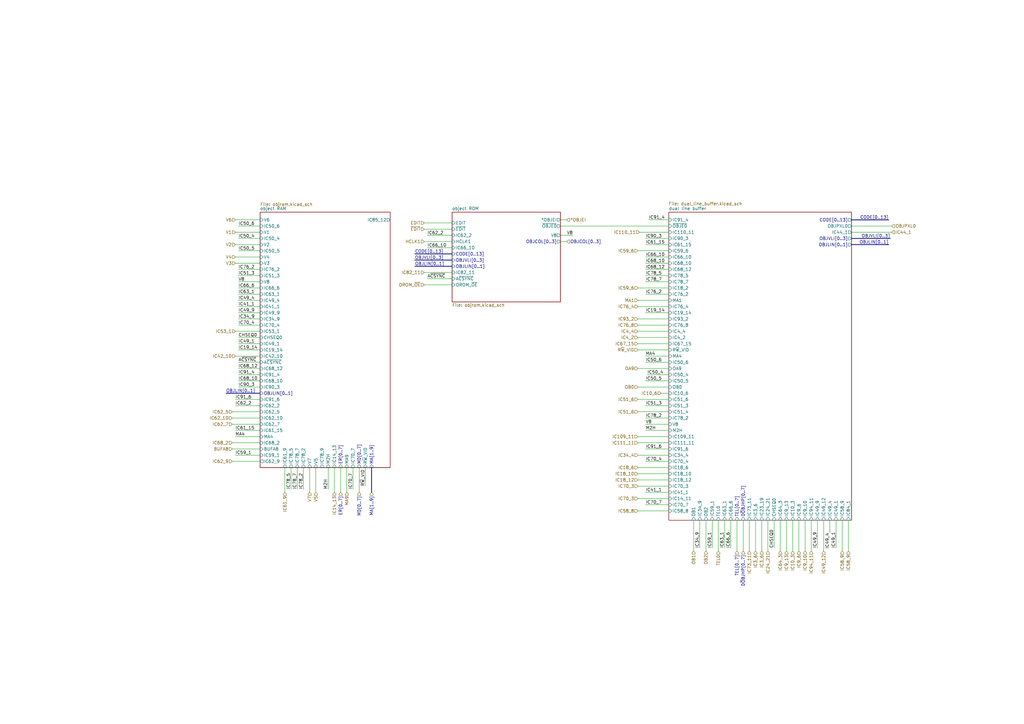
<source format=kicad_sch>
(kicad_sch
	(version 20231120)
	(generator "eeschema")
	(generator_version "8.0")
	(uuid "09e9b704-0d20-4044-ab87-a2c6f534977a")
	(paper "A3")
	(title_block
		(title "Objects")
		(company "JOTEGO")
	)
	(lib_symbols)
	(wire
		(pts
			(xy 229.87 92.71) (xy 274.32 92.71)
		)
		(stroke
			(width 0)
			(type default)
		)
		(uuid "0222ee89-caad-493f-9952-b97622153ef1")
	)
	(wire
		(pts
			(xy 96.52 166.37) (xy 106.68 166.37)
		)
		(stroke
			(width 0)
			(type default)
		)
		(uuid "0503711b-c2d2-4008-b2e3-49eda94ae04c")
	)
	(wire
		(pts
			(xy 232.41 99.06) (xy 229.87 99.06)
		)
		(stroke
			(width 0)
			(type default)
		)
		(uuid "07678142-f04c-4815-b740-527394fcfbf5")
	)
	(wire
		(pts
			(xy 97.79 130.81) (xy 106.68 130.81)
		)
		(stroke
			(width 0)
			(type default)
		)
		(uuid "0a2cd532-8cce-4f8a-8c2e-bccae303b552")
	)
	(wire
		(pts
			(xy 134.62 200.66) (xy 134.62 191.77)
		)
		(stroke
			(width 0)
			(type default)
		)
		(uuid "0bcbb9ad-43a0-4ea3-b916-20244756ae62")
	)
	(wire
		(pts
			(xy 95.25 173.99) (xy 106.68 173.99)
		)
		(stroke
			(width 0)
			(type default)
		)
		(uuid "0c2211d6-bb70-4570-809c-5d400aec5263")
	)
	(wire
		(pts
			(xy 96.52 90.17) (xy 106.68 90.17)
		)
		(stroke
			(width 0)
			(type default)
		)
		(uuid "0e516932-a355-44da-9dd7-84129db64e21")
	)
	(wire
		(pts
			(xy 96.52 105.41) (xy 106.68 105.41)
		)
		(stroke
			(width 0)
			(type default)
		)
		(uuid "0f598317-e4c0-4552-b57e-fba21527aa4b")
	)
	(wire
		(pts
			(xy 97.79 138.43) (xy 106.68 138.43)
		)
		(stroke
			(width 0)
			(type default)
		)
		(uuid "12a98be5-37c6-4c8c-a519-7e8da412a951")
	)
	(wire
		(pts
			(xy 261.62 125.73) (xy 274.32 125.73)
		)
		(stroke
			(width 0)
			(type default)
		)
		(uuid "12bfddad-a22d-4b70-be01-40724be60a97")
	)
	(wire
		(pts
			(xy 349.25 92.71) (xy 365.76 92.71)
		)
		(stroke
			(width 0)
			(type default)
		)
		(uuid "12dd9d92-04d7-4c54-a5c8-5fedd6ab09b9")
	)
	(wire
		(pts
			(xy 264.795 176.53) (xy 274.32 176.53)
		)
		(stroke
			(width 0)
			(type default)
		)
		(uuid "136740aa-11c9-4b73-9184-6515fae0f0b5")
	)
	(wire
		(pts
			(xy 264.795 128.27) (xy 274.32 128.27)
		)
		(stroke
			(width 0)
			(type default)
		)
		(uuid "13c16860-ed41-46e5-8c53-368411f2592d")
	)
	(wire
		(pts
			(xy 97.79 151.13) (xy 106.68 151.13)
		)
		(stroke
			(width 0)
			(type default)
		)
		(uuid "1661f6d7-f23c-4be6-9b35-2ccb4428009e")
	)
	(wire
		(pts
			(xy 95.25 184.15) (xy 106.68 184.15)
		)
		(stroke
			(width 0)
			(type default)
		)
		(uuid "1724d3d8-04e8-4e4c-9f17-bd6d0f12aa97")
	)
	(wire
		(pts
			(xy 312.42 226.06) (xy 312.42 213.36)
		)
		(stroke
			(width 0)
			(type default)
		)
		(uuid "175d9028-0708-432d-875f-c713bf38bc40")
	)
	(wire
		(pts
			(xy 261.62 140.97) (xy 274.32 140.97)
		)
		(stroke
			(width 0)
			(type default)
		)
		(uuid "179ca5ce-f0bd-4529-be37-334681b8013e")
	)
	(bus
		(pts
			(xy 349.25 100.33) (xy 364.49 100.33)
		)
		(stroke
			(width 0)
			(type default)
		)
		(uuid "1cd1bc2e-0c43-4b8b-a23c-6d6aa72adaca")
	)
	(wire
		(pts
			(xy 264.795 201.93) (xy 274.32 201.93)
		)
		(stroke
			(width 0)
			(type default)
		)
		(uuid "1e73ba1a-d685-48c5-8fd0-0a5d2eae3214")
	)
	(wire
		(pts
			(xy 173.99 99.06) (xy 185.42 99.06)
		)
		(stroke
			(width 0)
			(type default)
		)
		(uuid "203b094b-e49d-4a4f-acb2-27afc380abf2")
	)
	(wire
		(pts
			(xy 261.62 158.75) (xy 274.32 158.75)
		)
		(stroke
			(width 0)
			(type default)
		)
		(uuid "212287e5-ddc4-44bc-96db-ad3defa8efd0")
	)
	(wire
		(pts
			(xy 330.2 226.06) (xy 330.2 213.36)
		)
		(stroke
			(width 0)
			(type default)
		)
		(uuid "21762505-9f9b-4b23-b389-12aca18dbcec")
	)
	(wire
		(pts
			(xy 327.66 226.06) (xy 327.66 213.36)
		)
		(stroke
			(width 0)
			(type default)
		)
		(uuid "2302321f-7039-4e9a-8717-0e22c2e430a5")
	)
	(wire
		(pts
			(xy 289.56 226.06) (xy 289.56 213.36)
		)
		(stroke
			(width 0)
			(type default)
		)
		(uuid "244cf43a-cc3c-4da8-9b53-d6bb104dc8cd")
	)
	(wire
		(pts
			(xy 264.795 120.65) (xy 274.32 120.65)
		)
		(stroke
			(width 0)
			(type default)
		)
		(uuid "2539eb0c-8b6a-4cf1-a77f-3b346e7fbe2c")
	)
	(wire
		(pts
			(xy 342.9 213.36) (xy 342.9 224.79)
		)
		(stroke
			(width 0)
			(type default)
		)
		(uuid "2685a6fb-a377-4a7a-875b-a060eb026026")
	)
	(wire
		(pts
			(xy 234.95 96.52) (xy 229.87 96.52)
		)
		(stroke
			(width 0)
			(type default)
		)
		(uuid "279c7a52-4336-4982-98f1-1e343272f7ce")
	)
	(wire
		(pts
			(xy 173.99 91.44) (xy 185.42 91.44)
		)
		(stroke
			(width 0)
			(type default)
		)
		(uuid "300f8d7c-de3f-4b0f-a7ae-62a467e18ddc")
	)
	(wire
		(pts
			(xy 97.79 143.51) (xy 106.68 143.51)
		)
		(stroke
			(width 0)
			(type default)
		)
		(uuid "30569385-b328-43a9-8ab8-269739d507e3")
	)
	(wire
		(pts
			(xy 261.62 138.43) (xy 274.32 138.43)
		)
		(stroke
			(width 0)
			(type default)
		)
		(uuid "31b0430a-2b95-4662-bf4f-7d44fe90deff")
	)
	(bus
		(pts
			(xy 170.18 106.68) (xy 185.42 106.68)
		)
		(stroke
			(width 0)
			(type default)
		)
		(uuid "3211e5e0-a8b6-49eb-92c1-7b1a42146efd")
	)
	(wire
		(pts
			(xy 294.64 226.06) (xy 294.64 213.36)
		)
		(stroke
			(width 0)
			(type default)
		)
		(uuid "325ac1a3-71f6-4141-8d53-e08be95cd3c6")
	)
	(wire
		(pts
			(xy 264.795 184.15) (xy 274.32 184.15)
		)
		(stroke
			(width 0)
			(type default)
		)
		(uuid "3570f866-df6c-456c-9ad1-d3c586359e39")
	)
	(wire
		(pts
			(xy 261.62 102.87) (xy 274.32 102.87)
		)
		(stroke
			(width 0)
			(type default)
		)
		(uuid "363bebc2-547a-4a8f-a5c0-25d7c0529f10")
	)
	(bus
		(pts
			(xy 152.4 191.77) (xy 152.4 201.93)
		)
		(stroke
			(width 0)
			(type default)
		)
		(uuid "37bc96d3-b1e9-4ed4-9884-68365a3ddfa9")
	)
	(wire
		(pts
			(xy 264.795 107.95) (xy 274.32 107.95)
		)
		(stroke
			(width 0)
			(type default)
		)
		(uuid "3839c566-af96-4bcc-b4ed-3962d1d13a35")
	)
	(wire
		(pts
			(xy 264.795 173.99) (xy 274.32 173.99)
		)
		(stroke
			(width 0)
			(type default)
		)
		(uuid "399e2150-ea49-431f-8e65-7eafd05957b7")
	)
	(wire
		(pts
			(xy 97.79 156.21) (xy 106.68 156.21)
		)
		(stroke
			(width 0)
			(type default)
		)
		(uuid "3cb6a206-61a0-4693-b3b2-a625ecbaae11")
	)
	(wire
		(pts
			(xy 97.79 128.27) (xy 106.68 128.27)
		)
		(stroke
			(width 0)
			(type default)
		)
		(uuid "3d0c754f-4fe6-492e-9cf6-cd7be8178a3b")
	)
	(wire
		(pts
			(xy 284.48 226.06) (xy 284.48 213.36)
		)
		(stroke
			(width 0)
			(type default)
		)
		(uuid "3e96d03b-b0f6-4d83-a7d0-1cae1db0d84b")
	)
	(wire
		(pts
			(xy 175.26 114.3) (xy 185.42 114.3)
		)
		(stroke
			(width 0)
			(type default)
		)
		(uuid "432dec3f-2f1b-49d3-8703-d5c038c30f40")
	)
	(wire
		(pts
			(xy 121.92 200.66) (xy 121.92 191.77)
		)
		(stroke
			(width 0)
			(type default)
		)
		(uuid "47a2c70b-cb14-4bf9-8d26-e728c90c5980")
	)
	(wire
		(pts
			(xy 261.62 196.85) (xy 274.32 196.85)
		)
		(stroke
			(width 0)
			(type default)
		)
		(uuid "488af07d-8e61-4ee9-993b-3fdd89a09451")
	)
	(wire
		(pts
			(xy 299.72 213.36) (xy 299.72 224.79)
		)
		(stroke
			(width 0)
			(type default)
		)
		(uuid "4af5b8c8-589c-4255-826e-83eeea6748c8")
	)
	(wire
		(pts
			(xy 97.79 140.97) (xy 106.68 140.97)
		)
		(stroke
			(width 0)
			(type default)
		)
		(uuid "4bb76f18-f6e9-4cf0-bc53-4b8d868ebf4c")
	)
	(wire
		(pts
			(xy 96.52 163.83) (xy 106.68 163.83)
		)
		(stroke
			(width 0)
			(type default)
		)
		(uuid "4c653cf5-46e2-4eb9-a0f7-0dbb1ee06a0e")
	)
	(wire
		(pts
			(xy 261.62 191.77) (xy 274.32 191.77)
		)
		(stroke
			(width 0)
			(type default)
		)
		(uuid "4c96a370-abbf-4852-920e-1d5147007936")
	)
	(wire
		(pts
			(xy 119.38 200.66) (xy 119.38 191.77)
		)
		(stroke
			(width 0)
			(type default)
		)
		(uuid "4dcbc5b1-d5f4-4f72-9ae2-dc2750f35382")
	)
	(wire
		(pts
			(xy 97.79 115.57) (xy 106.68 115.57)
		)
		(stroke
			(width 0)
			(type default)
		)
		(uuid "4f7f82f5-0903-4720-968b-a158606e4a6a")
	)
	(wire
		(pts
			(xy 314.96 226.06) (xy 314.96 213.36)
		)
		(stroke
			(width 0)
			(type default)
		)
		(uuid "53167fa0-c97d-4f59-98ad-7c4c8f1ef58c")
	)
	(wire
		(pts
			(xy 347.98 226.06) (xy 347.98 213.36)
		)
		(stroke
			(width 0)
			(type default)
		)
		(uuid "54b8577e-713f-4fad-9883-88d73535392c")
	)
	(wire
		(pts
			(xy 317.5 213.36) (xy 317.5 224.79)
		)
		(stroke
			(width 0)
			(type default)
		)
		(uuid "5653e062-b271-4266-a781-036c148dfb9d")
	)
	(wire
		(pts
			(xy 173.99 93.98) (xy 185.42 93.98)
		)
		(stroke
			(width 0)
			(type default)
		)
		(uuid "58d522dd-dd4d-4310-9ce8-825a9820e017")
	)
	(wire
		(pts
			(xy 264.795 166.37) (xy 274.32 166.37)
		)
		(stroke
			(width 0)
			(type default)
		)
		(uuid "5a993a7a-d25a-4aa8-bc4c-0579bce2b5f8")
	)
	(wire
		(pts
			(xy 261.62 130.81) (xy 274.32 130.81)
		)
		(stroke
			(width 0)
			(type default)
		)
		(uuid "5f533c33-e696-4397-99f4-22905544b3d6")
	)
	(wire
		(pts
			(xy 264.795 171.45) (xy 274.32 171.45)
		)
		(stroke
			(width 0)
			(type default)
		)
		(uuid "622de6de-aa1f-4184-a0a7-becf0e0bc2de")
	)
	(wire
		(pts
			(xy 309.88 226.06) (xy 309.88 213.36)
		)
		(stroke
			(width 0)
			(type default)
		)
		(uuid "62a6a8c4-8aad-4546-96fb-d211e34f9d8d")
	)
	(wire
		(pts
			(xy 261.62 135.89) (xy 274.32 135.89)
		)
		(stroke
			(width 0)
			(type default)
		)
		(uuid "64c3b426-d196-4b5d-8551-214c22bb2e11")
	)
	(bus
		(pts
			(xy 349.25 90.17) (xy 364.49 90.17)
		)
		(stroke
			(width 0)
			(type default)
		)
		(uuid "64def2ff-8c34-4e07-9413-470aea8f6282")
	)
	(wire
		(pts
			(xy 97.79 92.71) (xy 106.68 92.71)
		)
		(stroke
			(width 0)
			(type default)
		)
		(uuid "670ef2d3-d031-4043-9588-c934203cf738")
	)
	(wire
		(pts
			(xy 137.16 201.93) (xy 137.16 191.77)
		)
		(stroke
			(width 0)
			(type default)
		)
		(uuid "69ab1336-b329-4190-8d88-d1b2efdfa2f2")
	)
	(wire
		(pts
			(xy 261.62 179.07) (xy 274.32 179.07)
		)
		(stroke
			(width 0)
			(type default)
		)
		(uuid "6a0bfcf0-1cc6-4fc0-ad41-7eb3805ee6af")
	)
	(wire
		(pts
			(xy 232.41 90.17) (xy 229.87 90.17)
		)
		(stroke
			(width 0)
			(type default)
		)
		(uuid "6a64b8b5-8919-447b-83ce-3847e6ba4021")
	)
	(wire
		(pts
			(xy 261.62 123.19) (xy 274.32 123.19)
		)
		(stroke
			(width 0)
			(type default)
		)
		(uuid "6a7ff2ab-df68-4a89-ae53-7391e65ceb9d")
	)
	(wire
		(pts
			(xy 129.54 201.93) (xy 129.54 191.77)
		)
		(stroke
			(width 0)
			(type default)
		)
		(uuid "6c001b2d-5f38-48cd-89a1-6f482aca09b7")
	)
	(wire
		(pts
			(xy 302.26 226.06) (xy 302.26 213.36)
		)
		(stroke
			(width 0)
			(type default)
		)
		(uuid "6c64a76c-c6a4-4399-8e64-68d093b33864")
	)
	(wire
		(pts
			(xy 147.32 201.93) (xy 147.32 191.77)
		)
		(stroke
			(width 0)
			(type default)
		)
		(uuid "6d4964a6-a260-4450-a5ae-0cd67602529c")
	)
	(wire
		(pts
			(xy 264.795 156.21) (xy 274.32 156.21)
		)
		(stroke
			(width 0)
			(type default)
		)
		(uuid "6fad784c-6534-4f5a-b7e9-ec801360aa51")
	)
	(wire
		(pts
			(xy 142.24 201.93) (xy 142.24 191.77)
		)
		(stroke
			(width 0)
			(type default)
		)
		(uuid "716afefd-b68e-40c0-b47f-4352a990e59d")
	)
	(wire
		(pts
			(xy 337.82 226.06) (xy 337.82 213.36)
		)
		(stroke
			(width 0)
			(type default)
		)
		(uuid "7310a7a3-8ccf-4d3a-bc64-cbfd54a23660")
	)
	(wire
		(pts
			(xy 124.46 200.66) (xy 124.46 191.77)
		)
		(stroke
			(width 0)
			(type default)
		)
		(uuid "737c792c-cd01-4311-8374-5759b03e9d01")
	)
	(wire
		(pts
			(xy 264.795 189.23) (xy 274.32 189.23)
		)
		(stroke
			(width 0)
			(type default)
		)
		(uuid "77e3bce8-11c2-42f5-a55e-0640f7327bf3")
	)
	(bus
		(pts
			(xy 349.25 97.79) (xy 365.125 97.79)
		)
		(stroke
			(width 0)
			(type default)
		)
		(uuid "78c9b891-b08c-404d-ac59-8349f902e1ad")
	)
	(wire
		(pts
			(xy 340.36 218.44) (xy 340.36 213.36)
		)
		(stroke
			(width 0)
			(type default)
		)
		(uuid "7d60a1c7-dd71-4455-8793-d836c3ffad5e")
	)
	(wire
		(pts
			(xy 264.795 97.79) (xy 274.32 97.79)
		)
		(stroke
			(width 0)
			(type default)
		)
		(uuid "7fc9395f-9c12-47aa-ad12-7498472ea539")
	)
	(wire
		(pts
			(xy 97.79 97.79) (xy 106.68 97.79)
		)
		(stroke
			(width 0)
			(type default)
		)
		(uuid "80ba1de8-74cd-40c4-aafd-b6a5fd87ef99")
	)
	(wire
		(pts
			(xy 335.28 213.36) (xy 335.28 224.79)
		)
		(stroke
			(width 0)
			(type default)
		)
		(uuid "8213ab40-3d7e-4986-b46a-681d23db4e21")
	)
	(wire
		(pts
			(xy 349.25 95.25) (xy 365.76 95.25)
		)
		(stroke
			(width 0)
			(type default)
		)
		(uuid "839d39bf-150c-48d2-9248-75a3be1bd829")
	)
	(bus
		(pts
			(xy 170.18 104.14) (xy 185.42 104.14)
		)
		(stroke
			(width 0)
			(type default)
		)
		(uuid "8808a971-1c28-4776-99b2-e3ec0357d7c1")
	)
	(wire
		(pts
			(xy 173.99 116.84) (xy 185.42 116.84)
		)
		(stroke
			(width 0)
			(type default)
		)
		(uuid "8b8f7d58-06bf-4d10-9318-3528cfabf697")
	)
	(bus
		(pts
			(xy 170.18 109.22) (xy 185.42 109.22)
		)
		(stroke
			(width 0)
			(type default)
		)
		(uuid "900f3346-b76a-431b-b036-6bb043decf03")
	)
	(wire
		(pts
			(xy 264.795 100.33) (xy 274.32 100.33)
		)
		(stroke
			(width 0)
			(type default)
		)
		(uuid "9182bd6b-3a3c-40ba-97a9-54ed1fa80b89")
	)
	(wire
		(pts
			(xy 96.52 179.07) (xy 106.68 179.07)
		)
		(stroke
			(width 0)
			(type default)
		)
		(uuid "9217c921-c219-4a51-96c9-8bc60f80450f")
	)
	(wire
		(pts
			(xy 266.065 90.17) (xy 274.32 90.17)
		)
		(stroke
			(width 0)
			(type default)
		)
		(uuid "925bacf1-d665-4c7f-8cd6-6ca1db0d5aaa")
	)
	(wire
		(pts
			(xy 264.795 113.03) (xy 274.32 113.03)
		)
		(stroke
			(width 0)
			(type default)
		)
		(uuid "93f512c0-814d-4a51-a58b-ef9bffa28145")
	)
	(wire
		(pts
			(xy 175.26 101.6) (xy 185.42 101.6)
		)
		(stroke
			(width 0)
			(type default)
		)
		(uuid "9441445e-1d6e-429d-90a0-ddb4e0e633d9")
	)
	(wire
		(pts
			(xy 97.79 148.59) (xy 106.68 148.59)
		)
		(stroke
			(width 0)
			(type default)
		)
		(uuid "976f4e03-3c2a-42e3-9ca4-748716321787")
	)
	(wire
		(pts
			(xy 261.62 118.11) (xy 274.32 118.11)
		)
		(stroke
			(width 0)
			(type default)
		)
		(uuid "984e977c-842e-415c-81ad-1709a2c6e307")
	)
	(wire
		(pts
			(xy 261.62 194.31) (xy 274.32 194.31)
		)
		(stroke
			(width 0)
			(type default)
		)
		(uuid "9b2ea17f-8cdb-4502-bb9e-f8a99ac8e5d1")
	)
	(wire
		(pts
			(xy 95.25 168.91) (xy 106.68 168.91)
		)
		(stroke
			(width 0)
			(type default)
		)
		(uuid "9b70a48d-b815-4203-a5b2-afbea3592c7b")
	)
	(wire
		(pts
			(xy 264.795 148.59) (xy 274.32 148.59)
		)
		(stroke
			(width 0)
			(type default)
		)
		(uuid "9bab4edb-c9bd-4146-8ec6-d42457afdb0c")
	)
	(wire
		(pts
			(xy 292.1 213.36) (xy 292.1 224.79)
		)
		(stroke
			(width 0)
			(type default)
		)
		(uuid "9c4f3e46-15ca-4ea0-adbc-fcc9119b5b91")
	)
	(wire
		(pts
			(xy 261.62 133.35) (xy 274.32 133.35)
		)
		(stroke
			(width 0)
			(type default)
		)
		(uuid "9d997f4b-9778-4f80-a519-16247bdf73aa")
	)
	(wire
		(pts
			(xy 97.79 133.35) (xy 106.68 133.35)
		)
		(stroke
			(width 0)
			(type default)
		)
		(uuid "a11aaf2e-606e-4fd0-a6b9-cf22daeaadbc")
	)
	(bus
		(pts
			(xy 92.71 161.29) (xy 106.68 161.29)
		)
		(stroke
			(width 0)
			(type default)
		)
		(uuid "a1b3c6fe-94c0-4652-8609-db7f58173c98")
	)
	(wire
		(pts
			(xy 325.12 226.06) (xy 325.12 213.36)
		)
		(stroke
			(width 0)
			(type default)
		)
		(uuid "a5567191-592c-40e4-a570-f98abcacee22")
	)
	(wire
		(pts
			(xy 332.74 226.06) (xy 332.74 213.36)
		)
		(stroke
			(width 0)
			(type default)
		)
		(uuid "a66431d0-be4f-434a-955d-416af7a6e692")
	)
	(wire
		(pts
			(xy 116.84 201.93) (xy 116.84 191.77)
		)
		(stroke
			(width 0)
			(type default)
		)
		(uuid "a92484e8-48f5-446f-9098-b50ae4e4d51d")
	)
	(wire
		(pts
			(xy 322.58 226.06) (xy 322.58 213.36)
		)
		(stroke
			(width 0)
			(type default)
		)
		(uuid "a9913fed-c1ff-4ddd-bce2-b82dc9de48f4")
	)
	(wire
		(pts
			(xy 96.52 186.69) (xy 106.68 186.69)
		)
		(stroke
			(width 0)
			(type default)
		)
		(uuid "ab38f70b-56d1-4837-810d-0a497363fbaf")
	)
	(wire
		(pts
			(xy 173.99 111.76) (xy 185.42 111.76)
		)
		(stroke
			(width 0)
			(type default)
		)
		(uuid "abeec484-c39a-4031-ae28-7b2602711c2b")
	)
	(wire
		(pts
			(xy 264.795 146.05) (xy 274.32 146.05)
		)
		(stroke
			(width 0)
			(type default)
		)
		(uuid "adbba2e7-d729-41db-a609-8082511ed7fd")
	)
	(wire
		(pts
			(xy 261.62 163.83) (xy 274.32 163.83)
		)
		(stroke
			(width 0)
			(type default)
		)
		(uuid "ae8957f2-a50d-4dba-9232-09b9312bad07")
	)
	(wire
		(pts
			(xy 96.52 100.33) (xy 106.68 100.33)
		)
		(stroke
			(width 0)
			(type default)
		)
		(uuid "b0c146a8-a161-49fe-91a0-422ebeac755f")
	)
	(wire
		(pts
			(xy 96.52 146.05) (xy 106.68 146.05)
		)
		(stroke
			(width 0)
			(type default)
		)
		(uuid "b1042c7e-1095-4734-8ead-094c92028401")
	)
	(wire
		(pts
			(xy 261.62 209.55) (xy 274.32 209.55)
		)
		(stroke
			(width 0)
			(type default)
		)
		(uuid "b3622360-0542-49ec-9b63-cfcf1a904f24")
	)
	(wire
		(pts
			(xy 96.52 107.95) (xy 106.68 107.95)
		)
		(stroke
			(width 0)
			(type default)
		)
		(uuid "b4bea70a-e281-41d2-a4d4-a21d558a448e")
	)
	(wire
		(pts
			(xy 304.8 226.06) (xy 304.8 213.36)
		)
		(stroke
			(width 0)
			(type default)
		)
		(uuid "b5e39d59-8dac-45b2-9059-b15b855022ea")
	)
	(wire
		(pts
			(xy 97.79 120.65) (xy 106.68 120.65)
		)
		(stroke
			(width 0)
			(type default)
		)
		(uuid "bda93db8-1ed9-4a4c-99fb-2f437ffb9e9e")
	)
	(wire
		(pts
			(xy 96.52 135.89) (xy 106.68 135.89)
		)
		(stroke
			(width 0)
			(type default)
		)
		(uuid "be0b428b-ec4b-488c-bc0c-3bdb0004f53a")
	)
	(wire
		(pts
			(xy 127 201.93) (xy 127 191.77)
		)
		(stroke
			(width 0)
			(type default)
		)
		(uuid "c07049e1-2f12-49ce-94fa-e07a813a7774")
	)
	(wire
		(pts
			(xy 97.79 102.87) (xy 106.68 102.87)
		)
		(stroke
			(width 0)
			(type default)
		)
		(uuid "c0ded551-608f-4915-88b0-25a6ebf71159")
	)
	(wire
		(pts
			(xy 97.79 118.11) (xy 106.68 118.11)
		)
		(stroke
			(width 0)
			(type default)
		)
		(uuid "c1d5d7e3-110d-4082-b5dc-3fa87ffa214e")
	)
	(wire
		(pts
			(xy 297.18 213.36) (xy 297.18 224.79)
		)
		(stroke
			(width 0)
			(type default)
		)
		(uuid "c3d0c232-57d2-4bf6-98f5-eb5276fda4ee")
	)
	(wire
		(pts
			(xy 287.02 213.36) (xy 287.02 224.79)
		)
		(stroke
			(width 0)
			(type default)
		)
		(uuid "c52a241c-a649-4b3c-b525-130c2c944076")
	)
	(wire
		(pts
			(xy 97.79 113.03) (xy 106.68 113.03)
		)
		(stroke
			(width 0)
			(type default)
		)
		(uuid "c5569234-b1ac-4692-9ce6-ecd01af92a96")
	)
	(wire
		(pts
			(xy 144.78 200.66) (xy 144.78 191.77)
		)
		(stroke
			(width 0)
			(type default)
		)
		(uuid "cc14ad4b-1202-43cf-ac6f-328ff5a96996")
	)
	(wire
		(pts
			(xy 261.62 204.47) (xy 274.32 204.47)
		)
		(stroke
			(width 0)
			(type default)
		)
		(uuid "ce17e28a-2cd2-4020-b3db-e1de7843e688")
	)
	(wire
		(pts
			(xy 264.795 110.49) (xy 274.32 110.49)
		)
		(stroke
			(width 0)
			(type default)
		)
		(uuid "ceda96eb-d30c-4945-a373-b53848863dd7")
	)
	(wire
		(pts
			(xy 271.145 161.29) (xy 274.32 161.29)
		)
		(stroke
			(width 0)
			(type default)
		)
		(uuid "d080fb38-f499-4795-ba35-aee03e412187")
	)
	(wire
		(pts
			(xy 96.52 95.25) (xy 106.68 95.25)
		)
		(stroke
			(width 0)
			(type default)
		)
		(uuid "d10a9af4-5075-4cbe-9f20-181442f784e0")
	)
	(wire
		(pts
			(xy 261.62 186.69) (xy 274.32 186.69)
		)
		(stroke
			(width 0)
			(type default)
		)
		(uuid "d1ff6ed7-4b28-4535-abc7-561939c2fce5")
	)
	(wire
		(pts
			(xy 97.79 125.73) (xy 106.68 125.73)
		)
		(stroke
			(width 0)
			(type default)
		)
		(uuid "d47fbdc7-3a74-4f2e-909b-686eaada4e27")
	)
	(wire
		(pts
			(xy 95.25 181.61) (xy 106.68 181.61)
		)
		(stroke
			(width 0)
			(type default)
		)
		(uuid "d5957b25-27db-4b55-8412-26a60f5a31f1")
	)
	(wire
		(pts
			(xy 95.25 171.45) (xy 106.68 171.45)
		)
		(stroke
			(width 0)
			(type default)
		)
		(uuid "d5e10b10-bdc1-4c2f-8e84-4b77b2639fa8")
	)
	(wire
		(pts
			(xy 261.62 168.91) (xy 274.32 168.91)
		)
		(stroke
			(width 0)
			(type default)
		)
		(uuid "d8ea4135-ec98-4eea-b413-e4b1ebfb430b")
	)
	(wire
		(pts
			(xy 261.62 199.39) (xy 274.32 199.39)
		)
		(stroke
			(width 0)
			(type default)
		)
		(uuid "d95f168e-1ceb-43ac-9fc3-89839c248788")
	)
	(wire
		(pts
			(xy 262.255 95.25) (xy 274.32 95.25)
		)
		(stroke
			(width 0)
			(type default)
		)
		(uuid "dac3fbb2-7976-4014-9d14-1940e14200eb")
	)
	(wire
		(pts
			(xy 175.26 96.52) (xy 185.42 96.52)
		)
		(stroke
			(width 0)
			(type default)
		)
		(uuid "daeaa05e-6046-4db6-933d-799f02b5600e")
	)
	(wire
		(pts
			(xy 97.79 123.19) (xy 106.68 123.19)
		)
		(stroke
			(width 0)
			(type default)
		)
		(uuid "dbcd7784-ade2-490d-83dc-9f58a226302a")
	)
	(wire
		(pts
			(xy 264.795 207.01) (xy 274.32 207.01)
		)
		(stroke
			(width 0)
			(type default)
		)
		(uuid "dd04d9f1-fc4c-46a4-8ef2-706ffaf5228e")
	)
	(wire
		(pts
			(xy 261.62 181.61) (xy 274.32 181.61)
		)
		(stroke
			(width 0)
			(type default)
		)
		(uuid "de2538a4-7d73-4787-b273-f2f93f3946a0")
	)
	(wire
		(pts
			(xy 261.62 151.13) (xy 274.32 151.13)
		)
		(stroke
			(width 0)
			(type default)
		)
		(uuid "de79a534-d894-407a-8ead-20fe630319e4")
	)
	(wire
		(pts
			(xy 97.79 158.75) (xy 106.68 158.75)
		)
		(stroke
			(width 0)
			(type default)
		)
		(uuid "e0b127c1-efce-444a-a0c3-92a7e8d7fc16")
	)
	(wire
		(pts
			(xy 264.795 115.57) (xy 274.32 115.57)
		)
		(stroke
			(width 0)
			(type default)
		)
		(uuid "e38efc85-dc36-44de-9bd5-6dbcc49ccc7b")
	)
	(wire
		(pts
			(xy 97.79 110.49) (xy 106.68 110.49)
		)
		(stroke
			(width 0)
			(type default)
		)
		(uuid "e3de19b4-9764-495d-b8fd-32fe377cea55")
	)
	(wire
		(pts
			(xy 320.04 226.06) (xy 320.04 213.36)
		)
		(stroke
			(width 0)
			(type default)
		)
		(uuid "e55091c3-c02f-4e67-a498-ec543e01c73e")
	)
	(wire
		(pts
			(xy 307.34 226.06) (xy 307.34 213.36)
		)
		(stroke
			(width 0)
			(type default)
		)
		(uuid "e5f3ea41-0933-4dfb-bb02-adf8f94f6137")
	)
	(wire
		(pts
			(xy 261.62 143.51) (xy 274.32 143.51)
		)
		(stroke
			(width 0)
			(type default)
		)
		(uuid "ea1e5407-6c28-42c5-8391-a2bbbdf73b52")
	)
	(wire
		(pts
			(xy 95.25 189.23) (xy 106.68 189.23)
		)
		(stroke
			(width 0)
			(type default)
		)
		(uuid "ec010231-48d9-4471-a132-d644819b7849")
	)
	(wire
		(pts
			(xy 139.7 201.93) (xy 139.7 191.77)
		)
		(stroke
			(width 0)
			(type default)
		)
		(uuid "ef2ca6f9-5279-41f9-91f7-471914edef1e")
	)
	(wire
		(pts
			(xy 264.795 105.41) (xy 274.32 105.41)
		)
		(stroke
			(width 0)
			(type default)
		)
		(uuid "f16290d8-cd5a-4e58-96bc-949c45a1b601")
	)
	(wire
		(pts
			(xy 97.79 153.67) (xy 106.68 153.67)
		)
		(stroke
			(width 0)
			(type default)
		)
		(uuid "f9cc1368-aa25-4c91-85d4-bb5e48cfe12a")
	)
	(wire
		(pts
			(xy 96.52 176.53) (xy 106.68 176.53)
		)
		(stroke
			(width 0)
			(type default)
		)
		(uuid "fa5c8561-0281-4f76-a112-ad10bb67d298")
	)
	(wire
		(pts
			(xy 149.86 191.77) (xy 149.86 199.39)
		)
		(stroke
			(width 0)
			(type default)
		)
		(uuid "fc85f9c9-05ea-405d-ac6e-e3d34f360e0f")
	)
	(wire
		(pts
			(xy 265.43 153.67) (xy 274.32 153.67)
		)
		(stroke
			(width 0)
			(type default)
		)
		(uuid "fc893d43-1bc3-49c6-9cac-a1e23e156249")
	)
	(wire
		(pts
			(xy 345.44 226.06) (xy 345.44 213.36)
		)
		(stroke
			(width 0)
			(type default)
		)
		(uuid "fe90bcc7-e298-4e92-8899-be5c6142cfaa")
	)
	(label "IC41_1"
		(at 97.79 125.73 0)
		(fields_autoplaced yes)
		(effects
			(font
				(size 1.27 1.27)
			)
			(justify left bottom)
		)
		(uuid "04e4b544-6ac3-4243-9547-cf14f5954cbf")
	)
	(label "IC59_1"
		(at 96.52 186.69 0)
		(fields_autoplaced yes)
		(effects
			(font
				(size 1.27 1.27)
			)
			(justify left bottom)
		)
		(uuid "0df6a6e8-50c2-45a1-986e-23f724a53d59")
	)
	(label "IC76_2"
		(at 97.79 110.49 0)
		(fields_autoplaced yes)
		(effects
			(font
				(size 1.27 1.27)
			)
			(justify left bottom)
		)
		(uuid "0e1e9f55-faa8-4739-a137-da733d98446a")
	)
	(label "M2H"
		(at 264.795 176.53 0)
		(fields_autoplaced yes)
		(effects
			(font
				(size 1.27 1.27)
			)
			(justify left bottom)
		)
		(uuid "130fd505-6865-48c1-bce3-d383490be884")
	)
	(label "CHSEQ0"
		(at 97.79 138.43 0)
		(fields_autoplaced yes)
		(effects
			(font
				(size 1.27 1.27)
			)
			(justify left bottom)
		)
		(uuid "13cd13fe-8a70-4b32-862a-17c69689f3ee")
	)
	(label "IC90_3"
		(at 97.79 158.75 0)
		(fields_autoplaced yes)
		(effects
			(font
				(size 1.27 1.27)
			)
			(justify left bottom)
		)
		(uuid "16200677-d90e-4b11-b110-b5c6d175aeda")
	)
	(label "IC76_2"
		(at 264.795 120.65 0)
		(fields_autoplaced yes)
		(effects
			(font
				(size 1.27 1.27)
			)
			(justify left bottom)
		)
		(uuid "185694fe-3b98-4f28-9982-10d39bb050a0")
	)
	(label "IC59_1"
		(at 292.1 224.79 90)
		(fields_autoplaced yes)
		(effects
			(font
				(size 1.27 1.27)
			)
			(justify left bottom)
		)
		(uuid "1d0b5966-baba-407b-996e-ee67397b7471")
	)
	(label "IC51_3"
		(at 264.795 166.37 0)
		(fields_autoplaced yes)
		(effects
			(font
				(size 1.27 1.27)
			)
			(justify left bottom)
		)
		(uuid "2162363d-a81a-4643-9a74-82712c7e037d")
	)
	(label "IC78_7"
		(at 121.92 200.66 90)
		(fields_autoplaced yes)
		(effects
			(font
				(size 1.27 1.27)
			)
			(justify left bottom)
		)
		(uuid "22cc9917-e101-4f76-af20-30a7ac8ba46b")
	)
	(label "IC66_10"
		(at 264.795 105.41 0)
		(fields_autoplaced yes)
		(effects
			(font
				(size 1.27 1.27)
			)
			(justify left bottom)
		)
		(uuid "30e0d096-f6fb-4298-bca0-725c9925490b")
	)
	(label "IC78_5"
		(at 119.38 200.66 90)
		(fields_autoplaced yes)
		(effects
			(font
				(size 1.27 1.27)
			)
			(justify left bottom)
		)
		(uuid "3234694b-3f3c-4f89-adda-4d1b93249d2b")
	)
	(label "IC34_9"
		(at 97.79 130.81 0)
		(fields_autoplaced yes)
		(effects
			(font
				(size 1.27 1.27)
			)
			(justify left bottom)
		)
		(uuid "34a965af-243d-421b-88a8-c1e4f26899ef")
	)
	(label "IC78_7"
		(at 264.795 115.57 0)
		(fields_autoplaced yes)
		(effects
			(font
				(size 1.27 1.27)
			)
			(justify left bottom)
		)
		(uuid "3918427f-a1e3-4450-84ce-892901d8dfd2")
	)
	(label "IC70_7"
		(at 144.78 200.66 90)
		(fields_autoplaced yes)
		(effects
			(font
				(size 1.27 1.27)
			)
			(justify left bottom)
		)
		(uuid "39ca75a0-c313-4f70-a078-1a5c84e136f7")
	)
	(label "IC68_10"
		(at 97.79 156.21 0)
		(fields_autoplaced yes)
		(effects
			(font
				(size 1.27 1.27)
			)
			(justify left bottom)
		)
		(uuid "39eb941c-a135-4f46-9702-70b2147c2bdf")
	)
	(label "IC19_14"
		(at 264.795 128.27 0)
		(fields_autoplaced yes)
		(effects
			(font
				(size 1.27 1.27)
			)
			(justify left bottom)
		)
		(uuid "3d916e46-aea7-4f38-ab13-0efbadbbcb0b")
	)
	(label "IC50_4"
		(at 97.79 97.79 0)
		(fields_autoplaced yes)
		(effects
			(font
				(size 1.27 1.27)
			)
			(justify left bottom)
		)
		(uuid "425234f7-82f2-4f4f-a498-7d9fe89e8cc5")
	)
	(label "IC90_3"
		(at 264.795 97.79 0)
		(fields_autoplaced yes)
		(effects
			(font
				(size 1.27 1.27)
			)
			(justify left bottom)
		)
		(uuid "42e6f5aa-609e-4667-a2d4-2992f8216cb8")
	)
	(label "V8"
		(at 234.95 96.52 180)
		(fields_autoplaced yes)
		(effects
			(font
				(size 1.27 1.27)
			)
			(justify right bottom)
		)
		(uuid "430ffaad-b2fc-487d-a791-0c6d9d1ff519")
	)
	(label "IC50_5"
		(at 97.79 102.87 0)
		(fields_autoplaced yes)
		(effects
			(font
				(size 1.27 1.27)
			)
			(justify left bottom)
		)
		(uuid "48253ad8-11e3-44b3-b110-2960d4067b7e")
	)
	(label "MA4"
		(at 96.52 179.07 0)
		(fields_autoplaced yes)
		(effects
			(font
				(size 1.27 1.27)
			)
			(justify left bottom)
		)
		(uuid "4e585e06-7214-43f9-9783-e3b4d314714f")
	)
	(label "IC34_9"
		(at 287.02 224.79 90)
		(fields_autoplaced yes)
		(effects
			(font
				(size 1.27 1.27)
			)
			(justify left bottom)
		)
		(uuid "54352aca-1b10-4712-9e22-aa7995cc6bd3")
	)
	(label "IC50_6"
		(at 264.795 148.59 0)
		(fields_autoplaced yes)
		(effects
			(font
				(size 1.27 1.27)
			)
			(justify left bottom)
		)
		(uuid "54a4aea1-1e98-499d-8946-8c9bf284fae0")
	)
	(label "CODE[0..13]"
		(at 170.18 104.14 0)
		(fields_autoplaced yes)
		(effects
			(font
				(size 1.27 1.27)
			)
			(justify left bottom)
		)
		(uuid "56bdda2a-34f5-43c9-9ab3-4001ffbb47e9")
	)
	(label "V8"
		(at 97.79 115.57 0)
		(fields_autoplaced yes)
		(effects
			(font
				(size 1.27 1.27)
			)
			(justify left bottom)
		)
		(uuid "5a8373b9-03fd-48aa-b0c4-5debee547357")
	)
	(label "M2H"
		(at 134.62 200.66 90)
		(fields_autoplaced yes)
		(effects
			(font
				(size 1.27 1.27)
			)
			(justify left bottom)
		)
		(uuid "5b914a37-0019-4be1-8696-b55c62247713")
	)
	(label "IC91_4"
		(at 266.065 90.17 0)
		(fields_autoplaced yes)
		(effects
			(font
				(size 1.27 1.27)
			)
			(justify left bottom)
		)
		(uuid "5cb4895d-fd93-4006-b61b-25aeb62fe8e1")
	)
	(label "IC49_4"
		(at 97.79 123.19 0)
		(fields_autoplaced yes)
		(effects
			(font
				(size 1.27 1.27)
			)
			(justify left bottom)
		)
		(uuid "5df9d5a5-af7a-48b4-8304-a4ead9f5cf13")
	)
	(label "V8"
		(at 264.795 173.99 0)
		(fields_autoplaced yes)
		(effects
			(font
				(size 1.27 1.27)
			)
			(justify left bottom)
		)
		(uuid "5fb4c0b3-26c7-4aa0-b04b-5bfea4c12fb4")
	)
	(label "IC62_2"
		(at 96.52 166.37 0)
		(fields_autoplaced yes)
		(effects
			(font
				(size 1.27 1.27)
			)
			(justify left bottom)
		)
		(uuid "6755e814-84c6-4b54-a453-2ed2b4fe15c1")
	)
	(label "OBJLIN[0..1]"
		(at 364.49 100.33 180)
		(fields_autoplaced yes)
		(effects
			(font
				(size 1.27 1.27)
			)
			(justify right bottom)
		)
		(uuid "6da6cc89-bc73-4365-b539-6d768917cbb2")
	)
	(label "IC78_2"
		(at 124.46 200.66 90)
		(fields_autoplaced yes)
		(effects
			(font
				(size 1.27 1.27)
			)
			(justify left bottom)
		)
		(uuid "716354ec-03dd-4f28-8960-453a88fb7e32")
	)
	(label "IC63_1"
		(at 97.79 120.65 0)
		(fields_autoplaced yes)
		(effects
			(font
				(size 1.27 1.27)
			)
			(justify left bottom)
		)
		(uuid "731d8f9f-5ee4-433b-b997-431cf25ad514")
	)
	(label "IC66_10"
		(at 175.26 101.6 0)
		(fields_autoplaced yes)
		(effects
			(font
				(size 1.27 1.27)
			)
			(justify left bottom)
		)
		(uuid "74103a64-56bd-4b70-8338-3b79bda5fb20")
	)
	(label "IC51_3"
		(at 97.79 113.03 0)
		(fields_autoplaced yes)
		(effects
			(font
				(size 1.27 1.27)
			)
			(justify left bottom)
		)
		(uuid "7b3671cc-742f-44c9-9106-26ca06a02be4")
	)
	(label "CODE[0..13]"
		(at 364.49 90.17 180)
		(fields_autoplaced yes)
		(effects
			(font
				(size 1.27 1.27)
			)
			(justify right bottom)
		)
		(uuid "7f94c7bd-d566-44e5-9947-8215c3965524")
	)
	(label "OBJVLI[0..3]"
		(at 170.18 106.68 0)
		(fields_autoplaced yes)
		(effects
			(font
				(size 1.27 1.27)
			)
			(justify left bottom)
		)
		(uuid "81bc7f1c-3f05-4fbd-86f9-ab2acb506f74")
	)
	(label "IC63_1"
		(at 297.18 224.79 90)
		(fields_autoplaced yes)
		(effects
			(font
				(size 1.27 1.27)
			)
			(justify left bottom)
		)
		(uuid "89393c3e-2a4a-4bb8-9802-f5ac60431b16")
	)
	(label "IC49_9"
		(at 335.28 224.79 90)
		(fields_autoplaced yes)
		(effects
			(font
				(size 1.27 1.27)
			)
			(justify left bottom)
		)
		(uuid "8a87478e-dd8b-488b-a803-52701126e8d4")
	)
	(label "OBJLIN[0..1]"
		(at 170.18 109.22 0)
		(fields_autoplaced yes)
		(effects
			(font
				(size 1.27 1.27)
			)
			(justify left bottom)
		)
		(uuid "8b5475a8-e561-44db-8275-e8635fb69f79")
	)
	(label "IC50_6"
		(at 97.79 92.71 0)
		(fields_autoplaced yes)
		(effects
			(font
				(size 1.27 1.27)
			)
			(justify left bottom)
		)
		(uuid "8b6517ea-4319-4458-9cb3-0dddd27f4b3b")
	)
	(label "IC61_15"
		(at 96.52 176.53 0)
		(fields_autoplaced yes)
		(effects
			(font
				(size 1.27 1.27)
			)
			(justify left bottom)
		)
		(uuid "8fdb4cc7-3f48-402b-a04c-75caeac1d5ac")
	)
	(label "OBJVLI[0..3]"
		(at 365.125 97.79 180)
		(fields_autoplaced yes)
		(effects
			(font
				(size 1.27 1.27)
			)
			(justify right bottom)
		)
		(uuid "91223ede-5b2c-46e7-a89a-31e263ee4d5f")
	)
	(label "IC78_2"
		(at 264.795 171.45 0)
		(fields_autoplaced yes)
		(effects
			(font
				(size 1.27 1.27)
			)
			(justify left bottom)
		)
		(uuid "91f76851-522e-4cdd-9f54-086bafa06d15")
	)
	(label "IC78_5"
		(at 264.795 113.03 0)
		(fields_autoplaced yes)
		(effects
			(font
				(size 1.27 1.27)
			)
			(justify left bottom)
		)
		(uuid "9269d1ea-be58-4b93-9f89-20afdc1a1d96")
	)
	(label "IC66_6"
		(at 97.79 118.11 0)
		(fields_autoplaced yes)
		(effects
			(font
				(size 1.27 1.27)
			)
			(justify left bottom)
		)
		(uuid "930f2587-c351-4a7e-9c1e-a884dc32fae8")
	)
	(label "MA4"
		(at 264.795 146.05 0)
		(fields_autoplaced yes)
		(effects
			(font
				(size 1.27 1.27)
			)
			(justify left bottom)
		)
		(uuid "949227cb-58ff-4359-a555-39297ca6f161")
	)
	(label "IC68_12"
		(at 264.795 110.49 0)
		(fields_autoplaced yes)
		(effects
			(font
				(size 1.27 1.27)
			)
			(justify left bottom)
		)
		(uuid "a44ee54b-9161-45ad-a044-67850448a14d")
	)
	(label "IC49_1"
		(at 342.9 224.79 90)
		(fields_autoplaced yes)
		(effects
			(font
				(size 1.27 1.27)
			)
			(justify left bottom)
		)
		(uuid "a4b7fd4a-c2a2-4aa3-bd95-ddad53218e12")
	)
	(label "IC91_6"
		(at 96.52 163.83 0)
		(fields_autoplaced yes)
		(effects
			(font
				(size 1.27 1.27)
			)
			(justify left bottom)
		)
		(uuid "a9d5ab07-b481-47d4-b835-c305ba5c9259")
	)
	(label "IC68_12"
		(at 97.79 151.13 0)
		(fields_autoplaced yes)
		(effects
			(font
				(size 1.27 1.27)
			)
			(justify left bottom)
		)
		(uuid "b174e70a-c32d-4267-8c64-32d8324c6f60")
	)
	(label "IC91_4"
		(at 97.79 153.67 0)
		(fields_autoplaced yes)
		(effects
			(font
				(size 1.27 1.27)
			)
			(justify left bottom)
		)
		(uuid "b1c1e3dc-af7b-4805-8323-dc952f810fbf")
	)
	(label "IC61_15"
		(at 264.795 100.33 0)
		(fields_autoplaced yes)
		(effects
			(font
				(size 1.27 1.27)
			)
			(justify left bottom)
		)
		(uuid "b23b9f06-611f-40b5-a993-e24e779ffce8")
	)
	(label "A~{CSYNC}"
		(at 97.79 148.59 0)
		(fields_autoplaced yes)
		(effects
			(font
				(size 1.27 1.27)
			)
			(justify left bottom)
		)
		(uuid "b6dd76b4-621a-4272-9cea-e9b71fe17a51")
	)
	(label "IC41_1"
		(at 264.795 201.93 0)
		(fields_autoplaced yes)
		(effects
			(font
				(size 1.27 1.27)
			)
			(justify left bottom)
		)
		(uuid "b7b3a2d0-87f7-4b45-a351-c5b8bf2b0e2f")
	)
	(label "IC49_1"
		(at 97.79 140.97 0)
		(fields_autoplaced yes)
		(effects
			(font
				(size 1.27 1.27)
			)
			(justify left bottom)
		)
		(uuid "bc6726ff-85eb-4235-a956-31f1e5a5773e")
	)
	(label "OBJLIN[0..1]"
		(at 92.71 161.29 0)
		(fields_autoplaced yes)
		(effects
			(font
				(size 1.27 1.27)
			)
			(justify left bottom)
		)
		(uuid "c134f250-8453-4ee5-8a45-e777e9f7181c")
	)
	(label "IC91_6"
		(at 264.795 184.15 0)
		(fields_autoplaced yes)
		(effects
			(font
				(size 1.27 1.27)
			)
			(justify left bottom)
		)
		(uuid "c1769170-d455-42f7-ac87-f5451db972fd")
	)
	(label "IC50_5"
		(at 264.795 156.21 0)
		(fields_autoplaced yes)
		(effects
			(font
				(size 1.27 1.27)
			)
			(justify left bottom)
		)
		(uuid "c24477c2-2b28-46d2-91c0-8d4fceb393c1")
	)
	(label "IC19_14"
		(at 97.79 143.51 0)
		(fields_autoplaced yes)
		(effects
			(font
				(size 1.27 1.27)
			)
			(justify left bottom)
		)
		(uuid "c2873b64-20c7-44ba-b27e-c3d7d6ad0c08")
	)
	(label "A~{CSYNC}"
		(at 175.26 114.3 0)
		(fields_autoplaced yes)
		(effects
			(font
				(size 1.27 1.27)
			)
			(justify left bottom)
		)
		(uuid "c2af00b2-7fd2-4b34-a0c3-d640834136bd")
	)
	(label "IC49_9"
		(at 97.79 128.27 0)
		(fields_autoplaced yes)
		(effects
			(font
				(size 1.27 1.27)
			)
			(justify left bottom)
		)
		(uuid "d3952031-c819-4704-b9ba-6205170ec08f")
	)
	(label "R~{W}_VID"
		(at 149.86 199.39 90)
		(fields_autoplaced yes)
		(effects
			(font
				(size 1.27 1.27)
			)
			(justify left bottom)
		)
		(uuid "d6139060-64f2-44ef-ad83-4e83676bfbfc")
	)
	(label "IC70_4"
		(at 97.79 133.35 0)
		(fields_autoplaced yes)
		(effects
			(font
				(size 1.27 1.27)
			)
			(justify left bottom)
		)
		(uuid "d6284504-d7ca-4906-b6eb-00563c768447")
	)
	(label "IC50_4"
		(at 265.43 153.67 0)
		(fields_autoplaced yes)
		(effects
			(font
				(size 1.27 1.27)
			)
			(justify left bottom)
		)
		(uuid "d9daf24b-4073-48f4-a325-08f06c3ec788")
	)
	(label "CHSEQ0"
		(at 317.5 224.79 90)
		(fields_autoplaced yes)
		(effects
			(font
				(size 1.27 1.27)
			)
			(justify left bottom)
		)
		(uuid "e2220925-4ad7-46c5-a356-da37ccbdfb3c")
	)
	(label "IC70_7"
		(at 264.795 207.01 0)
		(fields_autoplaced yes)
		(effects
			(font
				(size 1.27 1.27)
			)
			(justify left bottom)
		)
		(uuid "e262bcf5-94f4-403e-8d4f-0c5a7cf29f57")
	)
	(label "IC70_4"
		(at 264.795 189.23 0)
		(fields_autoplaced yes)
		(effects
			(font
				(size 1.27 1.27)
			)
			(justify left bottom)
		)
		(uuid "e7fe75f4-0348-4204-99b5-081f9e715e4c")
	)
	(label "IC62_2"
		(at 175.26 96.52 0)
		(fields_autoplaced yes)
		(effects
			(font
				(size 1.27 1.27)
			)
			(justify left bottom)
		)
		(uuid "f082a220-09e8-4da2-a05a-8ad78296de5b")
	)
	(label "IC68_10"
		(at 264.795 107.95 0)
		(fields_autoplaced yes)
		(effects
			(font
				(size 1.27 1.27)
			)
			(justify left bottom)
		)
		(uuid "f24454a5-d6bc-48b7-9e92-d62eb84c29e8")
	)
	(label "IC49_4"
		(at 340.36 218.44 270)
		(fields_autoplaced yes)
		(effects
			(font
				(size 1.27 1.27)
			)
			(justify right bottom)
		)
		(uuid "f3759efb-7324-47b4-a000-dd057b21fdfa")
	)
	(label "IC66_6"
		(at 299.72 224.79 90)
		(fields_autoplaced yes)
		(effects
			(font
				(size 1.27 1.27)
			)
			(justify left bottom)
		)
		(uuid "f97670fd-0072-4787-8a90-ae5331c20c12")
	)
	(hierarchical_label "IC53_1"
		(shape input)
		(at 96.52 135.89 180)
		(fields_autoplaced yes)
		(effects
			(font
				(size 1.27 1.27)
			)
			(justify right)
		)
		(uuid "09b01620-5666-421e-b31d-52d3bf03e1a9")
	)
	(hierarchical_label "IC94_11"
		(shape input)
		(at 332.74 226.06 270)
		(fields_autoplaced yes)
		(effects
			(font
				(size 1.27 1.27)
			)
			(justify right)
		)
		(uuid "0a789f61-c190-42bb-8743-2195585e5cb2")
	)
	(hierarchical_label "V2"
		(shape input)
		(at 96.52 100.33 180)
		(fields_autoplaced yes)
		(effects
			(font
				(size 1.27 1.27)
			)
			(justify right)
		)
		(uuid "0b874fec-840c-47df-b735-331f552df00f")
	)
	(hierarchical_label "IC3_6"
		(shape input)
		(at 312.42 226.06 270)
		(fields_autoplaced yes)
		(effects
			(font
				(size 1.27 1.27)
			)
			(justify right)
		)
		(uuid "0bffe9b6-ba27-47a9-b6c2-5a8221fc7395")
	)
	(hierarchical_label "IC42_10"
		(shape input)
		(at 96.52 146.05 180)
		(fields_autoplaced yes)
		(effects
			(font
				(size 1.27 1.27)
			)
			(justify right)
		)
		(uuid "0f927def-dc08-4b3f-bb3f-988c53ac0753")
	)
	(hierarchical_label "IC58_9"
		(shape input)
		(at 345.44 226.06 270)
		(fields_autoplaced yes)
		(effects
			(font
				(size 1.27 1.27)
			)
			(justify right)
		)
		(uuid "0fb2b4f0-93b0-49ee-b80a-97a78ad34b0a")
	)
	(hierarchical_label "IC62_5"
		(shape input)
		(at 95.25 168.91 180)
		(fields_autoplaced yes)
		(effects
			(font
				(size 1.27 1.27)
			)
			(justify right)
		)
		(uuid "15efc162-a428-45a9-837f-cecfc6289f14")
	)
	(hierarchical_label "IC62_9"
		(shape input)
		(at 95.25 189.23 180)
		(fields_autoplaced yes)
		(effects
			(font
				(size 1.27 1.27)
			)
			(justify right)
		)
		(uuid "1a57215d-23dc-4996-ae35-c0573f76d6fe")
	)
	(hierarchical_label "IC14_13"
		(shape input)
		(at 137.16 201.93 270)
		(fields_autoplaced yes)
		(effects
			(font
				(size 1.27 1.27)
			)
			(justify right)
		)
		(uuid "1c48e7fa-5195-40cc-9148-7a1df83fdd15")
	)
	(hierarchical_label "BUFA8"
		(shape input)
		(at 95.25 184.15 180)
		(fields_autoplaced yes)
		(effects
			(font
				(size 1.27 1.27)
			)
			(justify right)
		)
		(uuid "1f20746a-967a-41e9-b81e-a246feea7469")
	)
	(hierarchical_label "OROM_~{OE}"
		(shape input)
		(at 173.99 116.84 180)
		(fields_autoplaced yes)
		(effects
			(font
				(size 1.27 1.27)
			)
			(justify right)
		)
		(uuid "2c7026ab-918c-4aa6-a4b9-5db88021430c")
	)
	(hierarchical_label "IC59_6"
		(shape input)
		(at 261.62 102.87 180)
		(fields_autoplaced yes)
		(effects
			(font
				(size 1.27 1.27)
			)
			(justify right)
		)
		(uuid "35d1a77f-62a2-44dc-95c9-77c8417e5288")
	)
	(hierarchical_label "MD[0..7]"
		(shape input)
		(at 147.32 201.93 270)
		(fields_autoplaced yes)
		(effects
			(font
				(size 1.27 1.27)
			)
			(justify right)
		)
		(uuid "38a852e2-69d3-402a-a553-27948d888366")
	)
	(hierarchical_label "IC9_13"
		(shape input)
		(at 322.58 226.06 270)
		(fields_autoplaced yes)
		(effects
			(font
				(size 1.27 1.27)
			)
			(justify right)
		)
		(uuid "3a606b77-1e10-4387-9b00-2813bf55247b")
	)
	(hierarchical_label "IC51_6"
		(shape input)
		(at 261.62 168.91 180)
		(fields_autoplaced yes)
		(effects
			(font
				(size 1.27 1.27)
			)
			(justify right)
		)
		(uuid "3c9c5bef-5987-48e0-ad35-44ec36ce3dbe")
	)
	(hierarchical_label "IC34_4"
		(shape input)
		(at 261.62 186.69 180)
		(fields_autoplaced yes)
		(effects
			(font
				(size 1.27 1.27)
			)
			(justify right)
		)
		(uuid "466a40b7-9435-4770-bf41-6a50bed8762b")
	)
	(hierarchical_label "IC73_11"
		(shape input)
		(at 307.34 226.06 270)
		(fields_autoplaced yes)
		(effects
			(font
				(size 1.27 1.27)
			)
			(justify right)
		)
		(uuid "4c58f146-71ed-435d-b5db-e124d4d4ee97")
	)
	(hierarchical_label "IC4_4"
		(shape input)
		(at 261.62 135.89 180)
		(fields_autoplaced yes)
		(effects
			(font
				(size 1.27 1.27)
			)
			(justify right)
		)
		(uuid "50455567-6a1b-474a-bddf-3bf20d5ca3e7")
	)
	(hierarchical_label "IC18_10"
		(shape input)
		(at 261.62 194.31 180)
		(fields_autoplaced yes)
		(effects
			(font
				(size 1.27 1.27)
			)
			(justify right)
		)
		(uuid "516babdf-bfa9-4fb8-b650-d525dda80985")
	)
	(hierarchical_label "IC18_12"
		(shape input)
		(at 261.62 196.85 180)
		(fields_autoplaced yes)
		(effects
			(font
				(size 1.27 1.27)
			)
			(justify right)
		)
		(uuid "51726ed0-9603-4903-abc4-beeb97ec75dc")
	)
	(hierarchical_label "TEL[0..7]"
		(shape input)
		(at 302.26 226.06 270)
		(fields_autoplaced yes)
		(effects
			(font
				(size 1.27 1.27)
			)
			(justify right)
		)
		(uuid "575901cb-7dec-468a-9042-b1b7564710e9")
	)
	(hierarchical_label "V3"
		(shape input)
		(at 96.52 107.95 180)
		(fields_autoplaced yes)
		(effects
			(font
				(size 1.27 1.27)
			)
			(justify right)
		)
		(uuid "5a07ab28-0c11-4034-b22e-7ee4ec6edf7b")
	)
	(hierarchical_label "V4"
		(shape input)
		(at 96.52 105.41 180)
		(fields_autoplaced yes)
		(effects
			(font
				(size 1.27 1.27)
			)
			(justify right)
		)
		(uuid "5a8061c6-68ac-43e2-8780-31aca9d019f1")
	)
	(hierarchical_label "IC10_3"
		(shape input)
		(at 325.12 226.06 270)
		(fields_autoplaced yes)
		(effects
			(font
				(size 1.27 1.27)
			)
			(justify right)
		)
		(uuid "5b2bf879-8f5d-4125-82ee-79909d962767")
	)
	(hierarchical_label "IC3_6"
		(shape input)
		(at 309.88 226.06 270)
		(fields_autoplaced yes)
		(effects
			(font
				(size 1.27 1.27)
			)
			(justify right)
		)
		(uuid "5cc592b2-15f8-49b3-b026-75556299a418")
	)
	(hierarchical_label "IC68_2"
		(shape input)
		(at 95.25 181.61 180)
		(fields_autoplaced yes)
		(effects
			(font
				(size 1.27 1.27)
			)
			(justify right)
		)
		(uuid "6ba93b2e-0915-49be-90d1-ae836c570ccb")
	)
	(hierarchical_label "IC67_15"
		(shape input)
		(at 261.62 140.97 180)
		(fields_autoplaced yes)
		(effects
			(font
				(size 1.27 1.27)
			)
			(justify right)
		)
		(uuid "6f0b4f06-e240-4fde-8541-aded54a1d616")
	)
	(hierarchical_label "V5"
		(shape input)
		(at 129.54 201.93 270)
		(fields_autoplaced yes)
		(effects
			(font
				(size 1.27 1.27)
			)
			(justify right)
		)
		(uuid "7399cde2-180a-42f6-a0ad-ec56213cc2d1")
	)
	(hierarchical_label "IC64_3"
		(shape input)
		(at 320.04 226.06 270)
		(fields_autoplaced yes)
		(effects
			(font
				(size 1.27 1.27)
			)
			(justify right)
		)
		(uuid "75015082-eb12-4bac-b2af-2f28b2624d46")
	)
	(hierarchical_label "IC109_11"
		(shape input)
		(at 261.62 179.07 180)
		(fields_autoplaced yes)
		(effects
			(font
				(size 1.27 1.27)
			)
			(justify right)
		)
		(uuid "76de82a5-a337-42f4-83a5-f40f0fdd0335")
	)
	(hierarchical_label "OB0"
		(shape input)
		(at 261.62 158.75 180)
		(fields_autoplaced yes)
		(effects
			(font
				(size 1.27 1.27)
			)
			(justify right)
		)
		(uuid "77699d46-e678-4cc7-99aa-f46424f9d14e")
	)
	(hierarchical_label "MA[1..9]"
		(shape input)
		(at 152.4 201.93 270)
		(fields_autoplaced yes)
		(effects
			(font
				(size 1.27 1.27)
			)
			(justify right)
		)
		(uuid "78bb47d4-5bc4-4e3f-8ac7-b957487162a1")
	)
	(hierarchical_label "R~{W}_VID"
		(shape input)
		(at 261.62 143.51 180)
		(fields_autoplaced yes)
		(effects
			(font
				(size 1.27 1.27)
			)
			(justify right)
		)
		(uuid "7b77ff30-1b6b-4966-8357-bf3f8756bcf0")
	)
	(hierarchical_label "~{EDIT}"
		(shape input)
		(at 173.99 93.98 180)
		(fields_autoplaced yes)
		(effects
			(font
				(size 1.27 1.27)
			)
			(justify right)
		)
		(uuid "7c0c2e0f-0b03-45e5-98b1-bb9b0262e5b3")
	)
	(hierarchical_label "IC9_10"
		(shape input)
		(at 330.2 226.06 270)
		(fields_autoplaced yes)
		(effects
			(font
				(size 1.27 1.27)
			)
			(justify right)
		)
		(uuid "7c561c53-34af-40c2-8371-a2b61bfc5097")
	)
	(hierarchical_label "HCLK1"
		(shape input)
		(at 173.99 99.06 180)
		(fields_autoplaced yes)
		(effects
			(font
				(size 1.27 1.27)
			)
			(justify right)
		)
		(uuid "7df936f9-b701-4408-9147-439a5568d480")
	)
	(hierarchical_label "D~{O}BJHP[0..7]"
		(shape input)
		(at 304.8 226.06 270)
		(fields_autoplaced yes)
		(effects
			(font
				(size 1.27 1.27)
			)
			(justify right)
		)
		(uuid "86ade22d-3bf4-4052-b844-542f5c7e4b8c")
	)
	(hierarchical_label "IC18_6"
		(shape input)
		(at 261.62 191.77 180)
		(fields_autoplaced yes)
		(effects
			(font
				(size 1.27 1.27)
			)
			(justify right)
		)
		(uuid "87cf95db-8a81-486d-bcbe-5398bd1c305d")
	)
	(hierarchical_label "TEL0"
		(shape input)
		(at 294.64 226.06 270)
		(fields_autoplaced yes)
		(effects
			(font
				(size 1.27 1.27)
			)
			(justify right)
		)
		(uuid "890f9c67-8d28-4a79-b359-ef23a2a2b0ba")
	)
	(hierarchical_label "IC10_6"
		(shape input)
		(at 271.145 161.29 180)
		(fields_autoplaced yes)
		(effects
			(font
				(size 1.27 1.27)
			)
			(justify right)
		)
		(uuid "893777ba-647d-49a0-bcde-7aaa4107fbb3")
	)
	(hierarchical_label "MA1"
		(shape input)
		(at 261.62 123.19 180)
		(fields_autoplaced yes)
		(effects
			(font
				(size 1.27 1.27)
			)
			(justify right)
		)
		(uuid "8d855e72-cf87-416a-9e63-ad2ab8744977")
	)
	(hierarchical_label "IC62_7"
		(shape input)
		(at 95.25 173.99 180)
		(fields_autoplaced yes)
		(effects
			(font
				(size 1.27 1.27)
			)
			(justify right)
		)
		(uuid "8e0c6023-eb7e-4572-b7cf-22ff54c55960")
	)
	(hierarchical_label "IC70_3"
		(shape input)
		(at 261.62 199.39 180)
		(fields_autoplaced yes)
		(effects
			(font
				(size 1.27 1.27)
			)
			(justify right)
		)
		(uuid "93d893ea-26f8-40f9-8e26-3b6b05dafe30")
	)
	(hierarchical_label "OBJPXL0"
		(shape input)
		(at 365.76 92.71 0)
		(fields_autoplaced yes)
		(effects
			(font
				(size 1.27 1.27)
			)
			(justify left)
		)
		(uuid "93f79945-bc5d-4106-9178-bf3e720abf55")
	)
	(hierarchical_label "*OBJEI"
		(shape input)
		(at 232.41 90.17 0)
		(fields_autoplaced yes)
		(effects
			(font
				(size 1.27 1.27)
			)
			(justify left)
		)
		(uuid "961b3089-c462-4c94-87d2-221add4c5d18")
	)
	(hierarchical_label "V7"
		(shape input)
		(at 127 201.93 270)
		(fields_autoplaced yes)
		(effects
			(font
				(size 1.27 1.27)
			)
			(justify right)
		)
		(uuid "97753c48-162e-481f-9f0c-fc9693b34bfd")
	)
	(hierarchical_label "IC51_6"
		(shape input)
		(at 261.62 163.83 180)
		(fields_autoplaced yes)
		(effects
			(font
				(size 1.27 1.27)
			)
			(justify right)
		)
		(uuid "98c01f61-0dbd-446b-b5d1-5ba0c6af9c61")
	)
	(hierarchical_label "IC49_12"
		(shape input)
		(at 337.82 226.06 270)
		(fields_autoplaced yes)
		(effects
			(font
				(size 1.27 1.27)
			)
			(justify right)
		)
		(uuid "9a09d9dd-0472-470a-8a3b-465ec368b91f")
	)
	(hierarchical_label "V6"
		(shape input)
		(at 96.52 90.17 180)
		(fields_autoplaced yes)
		(effects
			(font
				(size 1.27 1.27)
			)
			(justify right)
		)
		(uuid "a48dd47d-c66a-440f-a06e-fe38c1b4ced9")
	)
	(hierarchical_label "OA9"
		(shape input)
		(at 261.62 151.13 180)
		(fields_autoplaced yes)
		(effects
			(font
				(size 1.27 1.27)
			)
			(justify right)
		)
		(uuid "adc51afd-8976-4933-83b4-0e305560e592")
	)
	(hierarchical_label "IC76_8"
		(shape input)
		(at 261.62 133.35 180)
		(fields_autoplaced yes)
		(effects
			(font
				(size 1.27 1.27)
			)
			(justify right)
		)
		(uuid "b12e2705-c64e-4193-8745-c110c877a318")
	)
	(hierarchical_label "IC59_6"
		(shape input)
		(at 261.62 118.11 180)
		(fields_autoplaced yes)
		(effects
			(font
				(size 1.27 1.27)
			)
			(justify right)
		)
		(uuid "b24a15ed-34b8-4d90-86b0-a6f03d841806")
	)
	(hierarchical_label "IC82_11"
		(shape input)
		(at 173.99 111.76 180)
		(fields_autoplaced yes)
		(effects
			(font
				(size 1.27 1.27)
			)
			(justify right)
		)
		(uuid "b4ee1e5a-37f1-461c-8ecd-aa72ece4324e")
	)
	(hierarchical_label "IC110_11"
		(shape input)
		(at 262.255 95.25 180)
		(fields_autoplaced yes)
		(effects
			(font
				(size 1.27 1.27)
			)
			(justify right)
		)
		(uuid "b6e958f1-d088-4731-ad47-8728de472ba7")
	)
	(hierarchical_label "OBJCOL[0..3]"
		(shape input)
		(at 232.41 99.06 0)
		(fields_autoplaced yes)
		(effects
			(font
				(size 1.27 1.27)
			)
			(justify left)
		)
		(uuid "b7d86cad-3982-4036-91ea-29ddca74d1a4")
	)
	(hierarchical_label "OB2"
		(shape input)
		(at 289.56 226.06 270)
		(fields_autoplaced yes)
		(effects
			(font
				(size 1.27 1.27)
			)
			(justify right)
		)
		(uuid "bac7475a-d8da-4842-a361-d9e256477909")
	)
	(hierarchical_label "OB1"
		(shape input)
		(at 284.48 226.06 270)
		(fields_autoplaced yes)
		(effects
			(font
				(size 1.27 1.27)
			)
			(justify right)
		)
		(uuid "c363f7c5-9283-41b4-8234-b3dbe7fc62a3")
	)
	(hierarchical_label "IC70_3"
		(shape input)
		(at 261.62 204.47 180)
		(fields_autoplaced yes)
		(effects
			(font
				(size 1.27 1.27)
			)
			(justify right)
		)
		(uuid "c6646e03-ef46-4fc5-a1ca-4481de75e203")
	)
	(hierarchical_label "IC93_2"
		(shape input)
		(at 261.62 130.81 180)
		(fields_autoplaced yes)
		(effects
			(font
				(size 1.27 1.27)
			)
			(justify right)
		)
		(uuid "c9384617-dd26-4ba3-821a-81394d0fc6cf")
	)
	(hierarchical_label "IC24_21"
		(shape input)
		(at 314.96 226.06 270)
		(fields_autoplaced yes)
		(effects
			(font
				(size 1.27 1.27)
			)
			(justify right)
		)
		(uuid "c958101f-3872-43da-b000-f41ea4db7ae6")
	)
	(hierarchical_label "ER[0..7]"
		(shape input)
		(at 139.7 201.93 270)
		(fields_autoplaced yes)
		(effects
			(font
				(size 1.27 1.27)
			)
			(justify right)
		)
		(uuid "ccf0b401-12eb-4208-98fd-c6cf5ea65af8")
	)
	(hierarchical_label "IC58_9"
		(shape input)
		(at 347.98 226.06 270)
		(fields_autoplaced yes)
		(effects
			(font
				(size 1.27 1.27)
			)
			(justify right)
		)
		(uuid "d20a97a5-debf-4a43-bc51-31a532bbfca9")
	)
	(hierarchical_label "IC44_1"
		(shape input)
		(at 365.76 95.25 0)
		(fields_autoplaced yes)
		(effects
			(font
				(size 1.27 1.27)
			)
			(justify left)
		)
		(uuid "d7692395-635f-442f-ad32-a49d7f798013")
	)
	(hierarchical_label "EDIT"
		(shape input)
		(at 173.99 91.44 180)
		(fields_autoplaced yes)
		(effects
			(font
				(size 1.27 1.27)
			)
			(justify right)
		)
		(uuid "db6af206-ec25-4ee9-b71f-abd6f5e7f087")
	)
	(hierarchical_label "IC61_9"
		(shape input)
		(at 116.84 201.93 270)
		(fields_autoplaced yes)
		(effects
			(font
				(size 1.27 1.27)
			)
			(justify right)
		)
		(uuid "dd593dea-39be-4d78-8e0d-0b62fa376113")
	)
	(hierarchical_label "IC4_2"
		(shape input)
		(at 261.62 138.43 180)
		(fields_autoplaced yes)
		(effects
			(font
				(size 1.27 1.27)
			)
			(justify right)
		)
		(uuid "e552b8a6-fd21-4cc9-9111-337dd0a3fb6d")
	)
	(hierarchical_label "IC58_8"
		(shape input)
		(at 261.62 209.55 180)
		(fields_autoplaced yes)
		(effects
			(font
				(size 1.27 1.27)
			)
			(justify right)
		)
		(uuid "e5826912-f23b-492c-83d0-5cbb3810cb0a")
	)
	(hierarchical_label "IC111_11"
		(shape input)
		(at 261.62 181.61 180)
		(fields_autoplaced yes)
		(effects
			(font
				(size 1.27 1.27)
			)
			(justify right)
		)
		(uuid "e830be22-dbcb-41f3-9f19-42f7752d0330")
	)
	(hierarchical_label "IC76_4"
		(shape input)
		(at 261.62 125.73 180)
		(fields_autoplaced yes)
		(effects
			(font
				(size 1.27 1.27)
			)
			(justify right)
		)
		(uuid "ec141a18-cf72-41aa-b4fd-b30510354b27")
	)
	(hierarchical_label "V1"
		(shape input)
		(at 96.52 95.25 180)
		(fields_autoplaced yes)
		(effects
			(font
				(size 1.27 1.27)
			)
			(justify right)
		)
		(uuid "ec17cb26-51b3-4cb4-a6bf-c87129dc05e8")
	)
	(hierarchical_label "IC62_10"
		(shape input)
		(at 95.25 171.45 180)
		(fields_autoplaced yes)
		(effects
			(font
				(size 1.27 1.27)
			)
			(justify right)
		)
		(uuid "f2803d49-9440-495b-bdde-35369b243071")
	)
	(hierarchical_label "IC9_6"
		(shape input)
		(at 327.66 226.06 270)
		(fields_autoplaced yes)
		(effects
			(font
				(size 1.27 1.27)
			)
			(justify right)
		)
		(uuid "f88d53fd-642e-4bd1-a7d0-98568a461a97")
	)
	(hierarchical_label "MA9"
		(shape input)
		(at 142.24 201.93 270)
		(fields_autoplaced yes)
		(effects
			(font
				(size 1.27 1.27)
			)
			(justify right)
		)
		(uuid "f9c355e4-21b8-4f88-b28f-d19a71dbe66c")
	)
	(sheet
		(at 274.32 86.995)
		(size 74.93 126.365)
		(stroke
			(width 0.1524)
			(type solid)
		)
		(fill
			(color 0 0 0 0.0000)
		)
		(uuid "0369dded-6695-4fd2-ac1e-b6c28a4a33e1")
		(property "Sheetname" "dual line buffer"
			(at 274.32 86.2834 0)
			(effects
				(font
					(size 1.27 1.27)
				)
				(justify left bottom)
			)
		)
		(property "Sheetfile" "dual_line_buffer.kicad_sch"
			(at 274.193 82.804 0)
			(effects
				(font
					(size 1.27 1.27)
				)
				(justify left top)
			)
		)
		(pin "IC91_4" input
			(at 274.32 90.17 180)
			(effects
				(font
					(size 1.27 1.27)
				)
				(justify left)
			)
			(uuid "1467d147-0f63-4550-b8d9-e6767a96fc35")
		)
		(pin "IC78_2" input
			(at 274.32 171.45 180)
			(effects
				(font
					(size 1.27 1.27)
				)
				(justify left)
			)
			(uuid "596ba808-4914-4dab-a459-f87d04ec6ee3")
		)
		(pin "IC110_11" input
			(at 274.32 95.25 180)
			(effects
				(font
					(size 1.27 1.27)
				)
				(justify left)
			)
			(uuid "49303db4-ea93-4647-8839-499e93e14cc1")
		)
		(pin "IC90_3" input
			(at 274.32 97.79 180)
			(effects
				(font
					(size 1.27 1.27)
				)
				(justify left)
			)
			(uuid "3db7afac-61da-4b6c-90ae-dded4060a320")
		)
		(pin "IC61_15" input
			(at 274.32 100.33 180)
			(effects
				(font
					(size 1.27 1.27)
				)
				(justify left)
			)
			(uuid "7bdabd31-7347-46c8-a1a3-db53e17ff01a")
		)
		(pin "IC59_6" input
			(at 274.32 102.87 180)
			(effects
				(font
					(size 1.27 1.27)
				)
				(justify left)
			)
			(uuid "a7fbb969-8945-4708-bd88-b310f983ac91")
		)
		(pin "IC66_10" input
			(at 274.32 105.41 180)
			(effects
				(font
					(size 1.27 1.27)
				)
				(justify left)
			)
			(uuid "e7203bfb-8054-4263-b98e-d3820618e211")
		)
		(pin "IC68_10" input
			(at 274.32 107.95 180)
			(effects
				(font
					(size 1.27 1.27)
				)
				(justify left)
			)
			(uuid "7b9e450f-2835-4675-92e5-c39c2b427af4")
		)
		(pin "IC68_12" input
			(at 274.32 110.49 180)
			(effects
				(font
					(size 1.27 1.27)
				)
				(justify left)
			)
			(uuid "23943c12-b6c2-4e3d-bc49-7252f69d7ca7")
		)
		(pin "IC78_5" input
			(at 274.32 113.03 180)
			(effects
				(font
					(size 1.27 1.27)
				)
				(justify left)
			)
			(uuid "33f1f9d5-6d30-4e0e-ae87-1632096b41a7")
		)
		(pin "IC78_7" input
			(at 274.32 115.57 180)
			(effects
				(font
					(size 1.27 1.27)
				)
				(justify left)
			)
			(uuid "73a6183c-458d-4e13-9cb3-149537c7b515")
		)
		(pin "IC18_2" input
			(at 274.32 118.11 180)
			(effects
				(font
					(size 1.27 1.27)
				)
				(justify left)
			)
			(uuid "cde0b1e9-e7a5-41a4-813e-4484d2712c04")
		)
		(pin "IC76_2" input
			(at 274.32 120.65 180)
			(effects
				(font
					(size 1.27 1.27)
				)
				(justify left)
			)
			(uuid "14a9fa30-a94f-4d82-954b-889466f811ae")
		)
		(pin "MA1" input
			(at 274.32 123.19 180)
			(effects
				(font
					(size 1.27 1.27)
				)
				(justify left)
			)
			(uuid "cb62fe80-7d8b-4467-95e2-180cd676b84f")
		)
		(pin "IC76_4" input
			(at 274.32 125.73 180)
			(effects
				(font
					(size 1.27 1.27)
				)
				(justify left)
			)
			(uuid "23e32cc0-9c7c-4b02-bd68-934e00fd4143")
		)
		(pin "IC19_14" input
			(at 274.32 128.27 180)
			(effects
				(font
					(size 1.27 1.27)
				)
				(justify left)
			)
			(uuid "d1291de9-9dd4-4d8d-888f-8a34a57ce465")
		)
		(pin "IC93_2" input
			(at 274.32 130.81 180)
			(effects
				(font
					(size 1.27 1.27)
				)
				(justify left)
			)
			(uuid "3c9e95ab-4d4d-4518-a5ed-c3cac3e90f10")
		)
		(pin "IC76_8" input
			(at 274.32 133.35 180)
			(effects
				(font
					(size 1.27 1.27)
				)
				(justify left)
			)
			(uuid "f5a62ebb-8664-4712-8054-794f67b44f6b")
		)
		(pin "CODE[0..13]" output
			(at 349.25 90.17 0)
			(effects
				(font
					(size 1.27 1.27)
				)
				(justify right)
			)
			(uuid "7b8dd529-7e2c-4065-bf3b-32df62f809d1")
		)
		(pin "IC4_4" input
			(at 274.32 135.89 180)
			(effects
				(font
					(size 1.27 1.27)
				)
				(justify left)
			)
			(uuid "74b2cfca-811b-4b75-aea0-d7bddda6c626")
		)
		(pin "IC4_2" input
			(at 274.32 138.43 180)
			(effects
				(font
					(size 1.27 1.27)
				)
				(justify left)
			)
			(uuid "b1236b15-a157-4421-ac4c-8213696bbdad")
		)
		(pin "IC67_15" input
			(at 274.32 140.97 180)
			(effects
				(font
					(size 1.27 1.27)
				)
				(justify left)
			)
			(uuid "463c07c7-d2ef-426f-ad97-0dc4468b0d47")
		)
		(pin "R~{W}_VID" input
			(at 274.32 143.51 180)
			(effects
				(font
					(size 1.27 1.27)
				)
				(justify left)
			)
			(uuid "c2035c09-3df9-4641-8929-044365a528e2")
		)
		(pin "MA4" input
			(at 274.32 146.05 180)
			(effects
				(font
					(size 1.27 1.27)
				)
				(justify left)
			)
			(uuid "04226bfd-de6e-4aa9-a3a5-224fe1938100")
		)
		(pin "IC50_6" input
			(at 274.32 148.59 180)
			(effects
				(font
					(size 1.27 1.27)
				)
				(justify left)
			)
			(uuid "f0e29e8f-929d-416d-bd57-f1bcf64d7719")
		)
		(pin "OA9" input
			(at 274.32 151.13 180)
			(effects
				(font
					(size 1.27 1.27)
				)
				(justify left)
			)
			(uuid "632e38c8-5f6b-4f90-bafc-0894abbeaeff")
		)
		(pin "IC50_4" input
			(at 274.32 153.67 180)
			(effects
				(font
					(size 1.27 1.27)
				)
				(justify left)
			)
			(uuid "ef8f5a0d-318e-4a2d-836c-bb160903b6fc")
		)
		(pin "IC50_5" input
			(at 274.32 156.21 180)
			(effects
				(font
					(size 1.27 1.27)
				)
				(justify left)
			)
			(uuid "0be75b39-34ed-4caa-82b0-ebe4c8cc05c6")
		)
		(pin "OB0" input
			(at 274.32 158.75 180)
			(effects
				(font
					(size 1.27 1.27)
				)
				(justify left)
			)
			(uuid "c3f7b517-443a-4c77-a2f8-5d7c7748cfc1")
		)
		(pin "IC10_6" input
			(at 274.32 161.29 180)
			(effects
				(font
					(size 1.27 1.27)
				)
				(justify left)
			)
			(uuid "079aad8f-1156-40f2-a732-277e19791e1d")
		)
		(pin "IC51_6" input
			(at 274.32 163.83 180)
			(effects
				(font
					(size 1.27 1.27)
				)
				(justify left)
			)
			(uuid "904eb5d1-dfa7-43cc-b801-55d07a9e1ae4")
		)
		(pin "IC51_3" input
			(at 274.32 166.37 180)
			(effects
				(font
					(size 1.27 1.27)
				)
				(justify left)
			)
			(uuid "a847f566-4116-4cde-a5d3-27618369b9ca")
		)
		(pin "IC51_4" input
			(at 274.32 168.91 180)
			(effects
				(font
					(size 1.27 1.27)
				)
				(justify left)
			)
			(uuid "15acb54c-1be0-4040-9937-20581865c516")
		)
		(pin "OBJPXL0" output
			(at 349.25 92.71 0)
			(effects
				(font
					(size 1.27 1.27)
				)
				(justify right)
			)
			(uuid "d8996cd0-75da-4aac-8aed-676abb479a7b")
		)
		(pin "IC44_1" output
			(at 349.25 95.25 0)
			(effects
				(font
					(size 1.27 1.27)
				)
				(justify right)
			)
			(uuid "d072780a-3cd0-4c3a-9d16-a0ae0f11f2aa")
		)
		(pin "~{OBJE0}" input
			(at 274.32 92.71 180)
			(effects
				(font
					(size 1.27 1.27)
				)
				(justify left)
			)
			(uuid "b7d7d0ee-5376-4fa1-b9dd-ed0b622a0ae2")
		)
		(pin "V8" input
			(at 274.32 173.99 180)
			(effects
				(font
					(size 1.27 1.27)
				)
				(justify left)
			)
			(uuid "4919fc32-ab8c-4462-b56e-05687a949aea")
		)
		(pin "M2H" input
			(at 274.32 176.53 180)
			(effects
				(font
					(size 1.27 1.27)
				)
				(justify left)
			)
			(uuid "69ed942f-ee56-4ba0-b1cd-da701661253b")
		)
		(pin "IC109_11" input
			(at 274.32 179.07 180)
			(effects
				(font
					(size 1.27 1.27)
				)
				(justify left)
			)
			(uuid "99168523-52bf-478e-9817-c581d93a8b48")
		)
		(pin "IC111_11" input
			(at 274.32 181.61 180)
			(effects
				(font
					(size 1.27 1.27)
				)
				(justify left)
			)
			(uuid "c7cd92ca-4c6a-49f2-901c-2ceb6302f582")
		)
		(pin "OBJVLI[0..3]" output
			(at 349.25 97.79 0)
			(effects
				(font
					(size 1.27 1.27)
				)
				(justify right)
			)
			(uuid "9904a63c-2937-4d66-8a3f-580d69dc55a0")
		)
		(pin "OBJLIN[0..1]" output
			(at 349.25 100.33 0)
			(effects
				(font
					(size 1.27 1.27)
				)
				(justify right)
			)
			(uuid "f7a71769-2ba8-4c35-96a2-459fc3337b38")
		)
		(pin "IC91_6" input
			(at 274.32 184.15 180)
			(effects
				(font
					(size 1.27 1.27)
				)
				(justify left)
			)
			(uuid "9c0f961b-5f83-40b3-8ce8-66bc843e64e1")
		)
		(pin "IC34_4" input
			(at 274.32 186.69 180)
			(effects
				(font
					(size 1.27 1.27)
				)
				(justify left)
			)
			(uuid "5013a953-ce09-48a9-aed5-6dfcfc23532c")
		)
		(pin "OB1" input
			(at 284.48 213.36 270)
			(effects
				(font
					(size 1.27 1.27)
				)
				(justify left)
			)
			(uuid "a5da34fa-5cd9-4900-8a3d-14345185be73")
		)
		(pin "IC34_9" input
			(at 287.02 213.36 270)
			(effects
				(font
					(size 1.27 1.27)
				)
				(justify left)
			)
			(uuid "23b02b63-bd41-4dfa-bd32-6faec56684db")
		)
		(pin "OB2" input
			(at 289.56 213.36 270)
			(effects
				(font
					(size 1.27 1.27)
				)
				(justify left)
			)
			(uuid "64010b4f-667a-4e70-a57f-67fdb9c2f0fb")
		)
		(pin "IC59_1" input
			(at 292.1 213.36 270)
			(effects
				(font
					(size 1.27 1.27)
				)
				(justify left)
			)
			(uuid "3123149b-e681-4d9f-94f1-ea07612cd420")
		)
		(pin "TEL0" input
			(at 294.64 213.36 270)
			(effects
				(font
					(size 1.27 1.27)
				)
				(justify left)
			)
			(uuid "c9b0a0a9-1860-4b33-b333-4ebbec89a13d")
		)
		(pin "IC63_1" input
			(at 297.18 213.36 270)
			(effects
				(font
					(size 1.27 1.27)
				)
				(justify left)
			)
			(uuid "3a771fb0-c578-46e4-9733-29873ea6057d")
		)
		(pin "IC66_6" input
			(at 299.72 213.36 270)
			(effects
				(font
					(size 1.27 1.27)
				)
				(justify left)
			)
			(uuid "741a4d63-aedd-40ad-8303-2c7e13a14135")
		)
		(pin "TEL[0..7]" input
			(at 302.26 213.36 270)
			(effects
				(font
					(size 1.27 1.27)
				)
				(justify left)
			)
			(uuid "96e6e94e-7198-46e8-aedb-54437b629521")
		)
		(pin "D~{O}BJHP[0..7]" input
			(at 304.8 213.36 270)
			(effects
				(font
					(size 1.27 1.27)
				)
				(justify left)
			)
			(uuid "5fbd92e7-2b2a-4eef-b455-e97b1a8474cb")
		)
		(pin "IC73_11" input
			(at 307.34 213.36 270)
			(effects
				(font
					(size 1.27 1.27)
				)
				(justify left)
			)
			(uuid "49d32390-6c23-4151-9b68-f157522cba43")
		)
		(pin "IC3_6" input
			(at 309.88 213.36 270)
			(effects
				(font
					(size 1.27 1.27)
				)
				(justify left)
			)
			(uuid "6a13bcaa-243c-48d2-8693-7525ea0fe04d")
		)
		(pin "IC23_19" input
			(at 312.42 213.36 270)
			(effects
				(font
					(size 1.27 1.27)
				)
				(justify left)
			)
			(uuid "49b4a005-f9bc-4402-82a0-d532db252f68")
		)
		(pin "IC24_21" input
			(at 314.96 213.36 270)
			(effects
				(font
					(size 1.27 1.27)
				)
				(justify left)
			)
			(uuid "3e0056a0-041b-4170-b76b-cc0b1200c183")
		)
		(pin "IC70_4" input
			(at 274.32 189.23 180)
			(effects
				(font
					(size 1.27 1.27)
				)
				(justify left)
			)
			(uuid "0e141459-8699-4da4-b935-06dbe2a87a5a")
		)
		(pin "IC18_6" input
			(at 274.32 191.77 180)
			(effects
				(font
					(size 1.27 1.27)
				)
				(justify left)
			)
			(uuid "a025f069-a4c8-4890-93a6-a46d862c2469")
		)
		(pin "IC18_10" input
			(at 274.32 194.31 180)
			(effects
				(font
					(size 1.27 1.27)
				)
				(justify left)
			)
			(uuid "ccf777da-241f-4d30-8198-15ff3ea13bc2")
		)
		(pin "IC18_12" input
			(at 274.32 196.85 180)
			(effects
				(font
					(size 1.27 1.27)
				)
				(justify left)
			)
			(uuid "49f03bb6-8913-47ec-8c91-4b039a2ab46b")
		)
		(pin "IC70_3" input
			(at 274.32 199.39 180)
			(effects
				(font
					(size 1.27 1.27)
				)
				(justify left)
			)
			(uuid "fefaa3dc-4f65-4dc2-a0f1-b5719efe08dd")
		)
		(pin "IC41_1" input
			(at 274.32 201.93 180)
			(effects
				(font
					(size 1.27 1.27)
				)
				(justify left)
			)
			(uuid "45ba6590-b59c-4da4-810a-b4e16f8ba83f")
		)
		(pin "IC14_11" input
			(at 274.32 204.47 180)
			(effects
				(font
					(size 1.27 1.27)
				)
				(justify left)
			)
			(uuid "edbe147b-b913-44fd-a7e2-e00c4b38466a")
		)
		(pin "IC70_7" input
			(at 274.32 207.01 180)
			(effects
				(font
					(size 1.27 1.27)
				)
				(justify left)
			)
			(uuid "7f09f267-9c17-4ae1-9810-88c5cca51a7c")
		)
		(pin "IC58_8" input
			(at 274.32 209.55 180)
			(effects
				(font
					(size 1.27 1.27)
				)
				(justify left)
			)
			(uuid "05448ce1-090c-4042-b67b-77c35d163894")
		)
		(pin "CHSEQ0" input
			(at 317.5 213.36 270)
			(effects
				(font
					(size 1.27 1.27)
				)
				(justify left)
			)
			(uuid "503def23-b7a0-4ef3-bada-b941f236ad19")
		)
		(pin "IC64_3" input
			(at 320.04 213.36 270)
			(effects
				(font
					(size 1.27 1.27)
				)
				(justify left)
			)
			(uuid "3e871680-182e-4e2f-acb3-3cfef061880b")
		)
		(pin "IC9_13" input
			(at 322.58 213.36 270)
			(effects
				(font
					(size 1.27 1.27)
				)
				(justify left)
			)
			(uuid "f1c955d4-c64e-4387-9a9b-ee0888b3e364")
		)
		(pin "IC10_3" input
			(at 325.12 213.36 270)
			(effects
				(font
					(size 1.27 1.27)
				)
				(justify left)
			)
			(uuid "96cb4cc4-5e3c-4bb4-b625-a77d1d1d3952")
		)
		(pin "IC9_6" input
			(at 327.66 213.36 270)
			(effects
				(font
					(size 1.27 1.27)
				)
				(justify left)
			)
			(uuid "e9a60b55-d86f-4cbf-9119-852238ce32d1")
		)
		(pin "IC9_10" input
			(at 330.2 213.36 270)
			(effects
				(font
					(size 1.27 1.27)
				)
				(justify left)
			)
			(uuid "6a12b516-38e3-4e87-8f74-de87cdd5829e")
		)
		(pin "IC94_11" input
			(at 332.74 213.36 270)
			(effects
				(font
					(size 1.27 1.27)
				)
				(justify left)
			)
			(uuid "8b5dacf8-eb81-4539-9430-770e565736dc")
		)
		(pin "IC49_9" input
			(at 335.28 213.36 270)
			(effects
				(font
					(size 1.27 1.27)
				)
				(justify left)
			)
			(uuid "3648092a-d2ee-4e3a-8d4c-8cb087b3ef1e")
		)
		(pin "IC49_12" input
			(at 337.82 213.36 270)
			(effects
				(font
					(size 1.27 1.27)
				)
				(justify left)
			)
			(uuid "e4e12795-7ba2-4dd4-94d6-74b5cf59b96d")
		)
		(pin "IC49_4" input
			(at 340.36 213.36 270)
			(effects
				(font
					(size 1.27 1.27)
				)
				(justify left)
			)
			(uuid "13bd1233-d0e0-4026-936d-ff0f727e791e")
		)
		(pin "IC49_1" input
			(at 342.9 213.36 270)
			(effects
				(font
					(size 1.27 1.27)
				)
				(justify left)
			)
			(uuid "6c869a29-309f-48d8-a2db-5b6260036c40")
		)
		(pin "IC58_9" input
			(at 345.44 213.36 270)
			(effects
				(font
					(size 1.27 1.27)
				)
				(justify left)
			)
			(uuid "20f7022a-7239-4b20-ad57-f986e10766e2")
		)
		(pin "IC84_1" input
			(at 347.98 213.36 270)
			(effects
				(font
					(size 1.27 1.27)
				)
				(justify left)
			)
			(uuid "1ccceb80-86bb-408f-8a05-5bc17ffc0f5d")
		)
		(instances
			(project "wwfsstar"
				(path "/9b45fe8f-ccde-4083-bbaa-82d9a9454022/004a228e-24de-4680-a954-fe1a8a16228f/35cc9afc-88f0-41c5-ae64-92beb6e5ab21"
					(page "14")
				)
			)
		)
	)
	(sheet
		(at 185.42 86.995)
		(size 44.45 36.83)
		(fields_autoplaced yes)
		(stroke
			(width 0.1524)
			(type solid)
		)
		(fill
			(color 0 0 0 0.0000)
		)
		(uuid "36a67254-e339-4138-b84a-27ad7dff3eb5")
		(property "Sheetname" "object ROM"
			(at 185.42 86.2834 0)
			(effects
				(font
					(size 1.27 1.27)
				)
				(justify left bottom)
			)
		)
		(property "Sheetfile" "objrom.kicad_sch"
			(at 185.42 124.4096 0)
			(effects
				(font
					(size 1.27 1.27)
				)
				(justify left top)
			)
		)
		(pin "*OBJEI" output
			(at 229.87 90.17 0)
			(effects
				(font
					(size 1.27 1.27)
				)
				(justify right)
			)
			(uuid "a969dd1d-361a-40ff-9431-0673896925eb")
		)
		(pin "~{OBJE0}" output
			(at 229.87 92.71 0)
			(effects
				(font
					(size 1.27 1.27)
				)
				(justify right)
			)
			(uuid "6f082a0f-c066-4cd9-a391-3f1da34920cd")
		)
		(pin "V8" output
			(at 229.87 96.52 0)
			(effects
				(font
					(size 1.27 1.27)
				)
				(justify right)
			)
			(uuid "052a993e-ea50-49b4-aa47-323d0a48995d")
		)
		(pin "EDIT" input
			(at 185.42 91.44 180)
			(effects
				(font
					(size 1.27 1.27)
				)
				(justify left)
			)
			(uuid "ecf8cb49-6069-446a-bd49-78bed545453f")
		)
		(pin "~{EDIT}" input
			(at 185.42 93.98 180)
			(effects
				(font
					(size 1.27 1.27)
				)
				(justify left)
			)
			(uuid "bd6c0e82-67e6-4734-b865-e09004b0f7dc")
		)
		(pin "IC62_2" input
			(at 185.42 96.52 180)
			(effects
				(font
					(size 1.27 1.27)
				)
				(justify left)
			)
			(uuid "18eb60fb-f825-4340-a53a-cd0b9b69641f")
		)
		(pin "OBJCOL[0..3]" output
			(at 229.87 99.06 0)
			(effects
				(font
					(size 1.27 1.27)
				)
				(justify right)
			)
			(uuid "898632b3-bb70-46df-b188-6dbdd05c9e59")
		)
		(pin "HCLK1" input
			(at 185.42 99.06 180)
			(effects
				(font
					(size 1.27 1.27)
				)
				(justify left)
			)
			(uuid "6be56a85-7081-4a04-9587-5df836e84362")
		)
		(pin "IC66_10" input
			(at 185.42 101.6 180)
			(effects
				(font
					(size 1.27 1.27)
				)
				(justify left)
			)
			(uuid "7d6a76b2-98c0-4858-812c-815230279178")
		)
		(pin "CODE[0..13]" input
			(at 185.42 104.14 180)
			(effects
				(font
					(size 1.27 1.27)
				)
				(justify left)
			)
			(uuid "71706927-736c-4a26-a174-f07321f4a1bb")
		)
		(pin "OBJVLI[0..3]" input
			(at 185.42 106.68 180)
			(effects
				(font
					(size 1.27 1.27)
				)
				(justify left)
			)
			(uuid "c507cd3f-d930-4d04-b9f5-20992e96b9ef")
		)
		(pin "OBJLIN[0..1]" input
			(at 185.42 109.22 180)
			(effects
				(font
					(size 1.27 1.27)
				)
				(justify left)
			)
			(uuid "82e5d79e-841d-4d92-b0bd-a330c54ac91d")
		)
		(pin "IC82_11" input
			(at 185.42 111.76 180)
			(effects
				(font
					(size 1.27 1.27)
				)
				(justify left)
			)
			(uuid "66442fa4-864c-43e8-b3d2-6e8b26e0a4e0")
		)
		(pin "A~{CSYNC}" input
			(at 185.42 114.3 180)
			(effects
				(font
					(size 1.27 1.27)
				)
				(justify left)
			)
			(uuid "eb6eb006-497c-4d73-801c-bac932bcf8fb")
		)
		(pin "OROM_~{OE}" input
			(at 185.42 116.84 180)
			(effects
				(font
					(size 1.27 1.27)
				)
				(justify left)
			)
			(uuid "821b82ac-bb55-44e2-92cd-93a1a244b7f3")
		)
		(instances
			(project "wwfsstar"
				(path "/9b45fe8f-ccde-4083-bbaa-82d9a9454022/004a228e-24de-4680-a954-fe1a8a16228f/35cc9afc-88f0-41c5-ae64-92beb6e5ab21"
					(page "15")
				)
			)
		)
	)
	(sheet
		(at 106.68 86.995)
		(size 53.34 104.775)
		(stroke
			(width 0.1524)
			(type solid)
		)
		(fill
			(color 0 0 0 0.0000)
		)
		(uuid "fe5e7fba-113c-48f8-a7ed-1285d1e241ec")
		(property "Sheetname" "object RAM"
			(at 106.68 86.2834 0)
			(effects
				(font
					(size 1.27 1.27)
				)
				(justify left bottom)
			)
		)
		(property "Sheetfile" "objram.kicad_sch"
			(at 106.68 83.058 0)
			(effects
				(font
					(size 1.27 1.27)
				)
				(justify left top)
			)
		)
		(pin "V6" input
			(at 106.68 90.17 180)
			(effects
				(font
					(size 1.27 1.27)
				)
				(justify left)
			)
			(uuid "2f9f44a9-0c99-4477-9364-4113e1ef621b")
		)
		(pin "IC50_6" input
			(at 106.68 92.71 180)
			(effects
				(font
					(size 1.27 1.27)
				)
				(justify left)
			)
			(uuid "1c167381-4e64-4a78-8370-20dfd9fca658")
		)
		(pin "V1" input
			(at 106.68 95.25 180)
			(effects
				(font
					(size 1.27 1.27)
				)
				(justify left)
			)
			(uuid "0f548cb0-21a0-4803-afbd-cedb1a933b53")
		)
		(pin "IC50_4" input
			(at 106.68 97.79 180)
			(effects
				(font
					(size 1.27 1.27)
				)
				(justify left)
			)
			(uuid "caea8442-4849-4975-8c2c-4113aa42ff87")
		)
		(pin "V2" input
			(at 106.68 100.33 180)
			(effects
				(font
					(size 1.27 1.27)
				)
				(justify left)
			)
			(uuid "1c286927-bc6d-4cde-a272-e0b427156d79")
		)
		(pin "IC50_5" input
			(at 106.68 102.87 180)
			(effects
				(font
					(size 1.27 1.27)
				)
				(justify left)
			)
			(uuid "7fb5f5e0-5fae-46a7-8eeb-fb8a3f6af763")
		)
		(pin "V4" input
			(at 106.68 105.41 180)
			(effects
				(font
					(size 1.27 1.27)
				)
				(justify left)
			)
			(uuid "344393a3-a6a1-491f-b8b1-c01a8d1a8a91")
		)
		(pin "V3" input
			(at 106.68 107.95 180)
			(effects
				(font
					(size 1.27 1.27)
				)
				(justify left)
			)
			(uuid "eec7b130-36f3-4cde-a87e-150795905362")
		)
		(pin "IC76_2" input
			(at 106.68 110.49 180)
			(effects
				(font
					(size 1.27 1.27)
				)
				(justify left)
			)
			(uuid "c63e15d3-56cc-4a27-bde5-e58a06d48e52")
		)
		(pin "IC51_3" input
			(at 106.68 113.03 180)
			(effects
				(font
					(size 1.27 1.27)
				)
				(justify left)
			)
			(uuid "ff1580e1-ebdc-4513-b981-244057087e58")
		)
		(pin "V8" input
			(at 106.68 115.57 180)
			(effects
				(font
					(size 1.27 1.27)
				)
				(justify left)
			)
			(uuid "2957b5c7-957a-4788-a5bd-d88f23ccbc10")
		)
		(pin "IC66_6" input
			(at 106.68 118.11 180)
			(effects
				(font
					(size 1.27 1.27)
				)
				(justify left)
			)
			(uuid "e15d680b-9ad4-419f-89ff-09bae65814aa")
		)
		(pin "IC63_1" input
			(at 106.68 120.65 180)
			(effects
				(font
					(size 1.27 1.27)
				)
				(justify left)
			)
			(uuid "4813f494-0129-47fe-a51c-f3295d8cd5ad")
		)
		(pin "IC85_12" output
			(at 160.02 90.17 0)
			(effects
				(font
					(size 1.27 1.27)
				)
				(justify right)
			)
			(uuid "f6a2d004-8f7d-44bd-9fa7-0338ab68abec")
		)
		(pin "IC49_4" input
			(at 106.68 123.19 180)
			(effects
				(font
					(size 1.27 1.27)
				)
				(justify left)
			)
			(uuid "fc677109-c91b-4686-9eef-148702485afe")
		)
		(pin "IC41_1" input
			(at 106.68 125.73 180)
			(effects
				(font
					(size 1.27 1.27)
				)
				(justify left)
			)
			(uuid "9eed9ea2-b6b1-46ac-8fd8-23500184e2aa")
		)
		(pin "IC49_9" input
			(at 106.68 128.27 180)
			(effects
				(font
					(size 1.27 1.27)
				)
				(justify left)
			)
			(uuid "e9613efa-48cb-4107-815b-cedc6d5ba01a")
		)
		(pin "IC34_9" input
			(at 106.68 130.81 180)
			(effects
				(font
					(size 1.27 1.27)
				)
				(justify left)
			)
			(uuid "2fa64f38-6479-460c-9df6-375986b7824b")
		)
		(pin "IC70_4" input
			(at 106.68 133.35 180)
			(effects
				(font
					(size 1.27 1.27)
				)
				(justify left)
			)
			(uuid "765cea77-5cc2-4a6a-8836-e908f9b47c51")
		)
		(pin "IC53_1" input
			(at 106.68 135.89 180)
			(effects
				(font
					(size 1.27 1.27)
				)
				(justify left)
			)
			(uuid "d9d56f78-0f19-403d-852e-3bc672c27966")
		)
		(pin "CHSEQ0" input
			(at 106.68 138.43 180)
			(effects
				(font
					(size 1.27 1.27)
				)
				(justify left)
			)
			(uuid "1d3cee15-c1f2-4ef8-b7c7-af0400bf8a2b")
		)
		(pin "IC49_1" input
			(at 106.68 140.97 180)
			(effects
				(font
					(size 1.27 1.27)
				)
				(justify left)
			)
			(uuid "64184d5a-04c7-486f-9c16-e6353a2c2542")
		)
		(pin "IC19_14" input
			(at 106.68 143.51 180)
			(effects
				(font
					(size 1.27 1.27)
				)
				(justify left)
			)
			(uuid "ced4229a-4ba9-4c5c-9697-2606352bb630")
		)
		(pin "IC42_10" input
			(at 106.68 146.05 180)
			(effects
				(font
					(size 1.27 1.27)
				)
				(justify left)
			)
			(uuid "13111a22-13ae-4f09-8f57-c0b3716d3733")
		)
		(pin "A~{CSYNC}" input
			(at 106.68 148.59 180)
			(effects
				(font
					(size 1.27 1.27)
				)
				(justify left)
			)
			(uuid "447fd989-a1f2-42e7-92c6-e13e20e93de5")
		)
		(pin "IC68_12" input
			(at 106.68 151.13 180)
			(effects
				(font
					(size 1.27 1.27)
				)
				(justify left)
			)
			(uuid "1cd6965a-a5ba-411d-b83f-3122d5527992")
		)
		(pin "IC91_4" input
			(at 106.68 153.67 180)
			(effects
				(font
					(size 1.27 1.27)
				)
				(justify left)
			)
			(uuid "1ed3d16f-7f5e-4abc-834f-907b00329fab")
		)
		(pin "IC68_10" input
			(at 106.68 156.21 180)
			(effects
				(font
					(size 1.27 1.27)
				)
				(justify left)
			)
			(uuid "da7efb6a-df36-4cba-8816-22484c8e9f9d")
		)
		(pin "IC90_3" input
			(at 106.68 158.75 180)
			(effects
				(font
					(size 1.27 1.27)
				)
				(justify left)
			)
			(uuid "d91f826b-b5d5-4c81-99fc-6d798ad6c265")
		)
		(pin "OBJLIN[0..1]" input
			(at 106.68 161.29 180)
			(effects
				(font
					(size 1.27 1.27)
				)
				(justify left)
			)
			(uuid "ce1ec036-d465-471e-8f9f-189e927672f8")
		)
		(pin "IC91_6" input
			(at 106.68 163.83 180)
			(effects
				(font
					(size 1.27 1.27)
				)
				(justify left)
			)
			(uuid "ea13eb52-eef8-4d3b-a509-bdb93fbca230")
		)
		(pin "IC62_2" input
			(at 106.68 166.37 180)
			(effects
				(font
					(size 1.27 1.27)
				)
				(justify left)
			)
			(uuid "c0cdcd2d-d1e2-40de-95d1-3404006fc623")
		)
		(pin "IC62_5" input
			(at 106.68 168.91 180)
			(effects
				(font
					(size 1.27 1.27)
				)
				(justify left)
			)
			(uuid "c25308b4-33a0-488a-ac49-b992529b11cc")
		)
		(pin "IC62_10" input
			(at 106.68 171.45 180)
			(effects
				(font
					(size 1.27 1.27)
				)
				(justify left)
			)
			(uuid "98f8fb8e-0e4c-4f78-bafe-a72392fe94c5")
		)
		(pin "IC62_7" input
			(at 106.68 173.99 180)
			(effects
				(font
					(size 1.27 1.27)
				)
				(justify left)
			)
			(uuid "5d80db5f-27a6-4f1a-b9e5-aa7df742c040")
		)
		(pin "IC61_15" input
			(at 106.68 176.53 180)
			(effects
				(font
					(size 1.27 1.27)
				)
				(justify left)
			)
			(uuid "dce28e0b-fd52-494e-aae0-636860a507e1")
		)
		(pin "MA4" input
			(at 106.68 179.07 180)
			(effects
				(font
					(size 1.27 1.27)
				)
				(justify left)
			)
			(uuid "1f2766d8-fa15-4060-b37e-dba0d140d131")
		)
		(pin "IC68_2" input
			(at 106.68 181.61 180)
			(effects
				(font
					(size 1.27 1.27)
				)
				(justify left)
			)
			(uuid "46c3e265-b017-4dcb-a514-38852516eb68")
		)
		(pin "BUFA8" input
			(at 106.68 184.15 180)
			(effects
				(font
					(size 1.27 1.27)
				)
				(justify left)
			)
			(uuid "a3db55ee-f034-4efa-afaa-214d546c9a17")
		)
		(pin "IC59_1" input
			(at 106.68 186.69 180)
			(effects
				(font
					(size 1.27 1.27)
				)
				(justify left)
			)
			(uuid "2d551df6-a228-4091-9155-e963ba343a09")
		)
		(pin "IC62_9" output
			(at 106.68 189.23 180)
			(effects
				(font
					(size 1.27 1.27)
				)
				(justify left)
			)
			(uuid "2244f61f-60f3-4642-b6f6-0043efc16bf4")
		)
		(pin "IC61_9" input
			(at 116.84 191.77 270)
			(effects
				(font
					(size 1.27 1.27)
				)
				(justify left)
			)
			(uuid "2e44d7fe-1707-42d7-bdc3-3572864106a4")
		)
		(pin "IC78_5" input
			(at 119.38 191.77 270)
			(effects
				(font
					(size 1.27 1.27)
				)
				(justify left)
			)
			(uuid "a7d50b81-e851-4797-9324-a8b57cd610ce")
		)
		(pin "IC78_7" input
			(at 121.92 191.77 270)
			(effects
				(font
					(size 1.27 1.27)
				)
				(justify left)
			)
			(uuid "485e5f46-8ae0-4651-ab3f-026b7a1b0226")
		)
		(pin "IC78_2" input
			(at 124.46 191.77 270)
			(effects
				(font
					(size 1.27 1.27)
				)
				(justify left)
			)
			(uuid "df631053-1398-414e-9cd1-63f57d6bb8ef")
		)
		(pin "V7" input
			(at 127 191.77 270)
			(effects
				(font
					(size 1.27 1.27)
				)
				(justify left)
			)
			(uuid "7b54a27c-c197-4446-9f81-5f8bf7bdffc4")
		)
		(pin "V5" input
			(at 129.54 191.77 270)
			(effects
				(font
					(size 1.27 1.27)
				)
				(justify left)
			)
			(uuid "e29a2de3-c5a6-4bd3-b211-6edf5429d17a")
		)
		(pin "IC78_9" input
			(at 132.08 191.77 270)
			(effects
				(font
					(size 1.27 1.27)
				)
				(justify left)
			)
			(uuid "0090f4b5-6f11-4ae0-8b41-00bde1a0d88e")
		)
		(pin "M2H" input
			(at 134.62 191.77 270)
			(effects
				(font
					(size 1.27 1.27)
				)
				(justify left)
			)
			(uuid "1da31e21-b817-4570-b284-db204dfb99d8")
		)
		(pin "IC14_13" input
			(at 137.16 191.77 270)
			(effects
				(font
					(size 1.27 1.27)
				)
				(justify left)
			)
			(uuid "4d08529d-6aea-478e-bcfa-772ba176e3fb")
		)
		(pin "ER[0..7]" input
			(at 139.7 191.77 270)
			(effects
				(font
					(size 1.27 1.27)
				)
				(justify left)
			)
			(uuid "be457146-c2ff-4eba-9c61-8362de10dbd8")
		)
		(pin "MA9" input
			(at 142.24 191.77 270)
			(effects
				(font
					(size 1.27 1.27)
				)
				(justify left)
			)
			(uuid "4ccfed8f-fe22-46b7-99a3-c85b19d3b79e")
		)
		(pin "IC70_7" input
			(at 144.78 191.77 270)
			(effects
				(font
					(size 1.27 1.27)
				)
				(justify left)
			)
			(uuid "e3acd6ae-5364-4e20-ba40-24f3532b9e5b")
		)
		(pin "MD[0..7]" input
			(at 147.32 191.77 270)
			(effects
				(font
					(size 1.27 1.27)
				)
				(justify left)
			)
			(uuid "a6ecf599-71db-46e2-b07f-77a9a884b2c5")
		)
		(pin "R~{W}_VID" input
			(at 149.86 191.77 270)
			(effects
				(font
					(size 1.27 1.27)
				)
				(justify left)
			)
			(uuid "2423939b-d192-4c2b-a76f-0c320a9360ae")
		)
		(pin "MA[1..9]" input
			(at 152.4 191.77 270)
			(effects
				(font
					(size 1.27 1.27)
				)
				(justify left)
			)
			(uuid "c58dff4c-6acd-4675-ba63-5c6b54821126")
		)
		(instances
			(project "wwfsstar"
				(path "/9b45fe8f-ccde-4083-bbaa-82d9a9454022/004a228e-24de-4680-a954-fe1a8a16228f/35cc9afc-88f0-41c5-ae64-92beb6e5ab21"
					(page "16")
				)
			)
		)
	)
)

</source>
